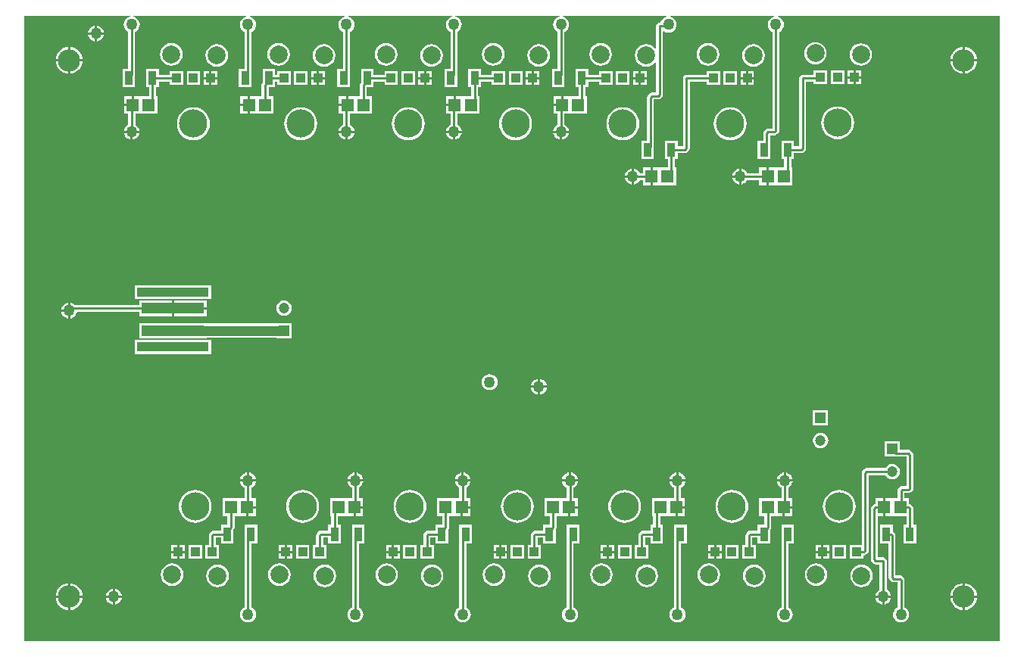
<source format=gbl>
G04*
G04 #@! TF.GenerationSoftware,Altium Limited,Altium Designer,20.2.6 (244)*
G04*
G04 Layer_Physical_Order=4*
G04 Layer_Color=16711680*
%FSLAX25Y25*%
%MOIN*%
G70*
G04*
G04 #@! TF.SameCoordinates,78553FFF-4CE1-44D2-B870-6997896BCA41*
G04*
G04*
G04 #@! TF.FilePolarity,Positive*
G04*
G01*
G75*
%ADD12C,0.01000*%
%ADD23C,0.04724*%
%ADD24R,0.04724X0.04724*%
%ADD25C,0.07874*%
%ADD26R,0.03937X0.03937*%
%ADD27C,0.12402*%
%ADD28C,0.09843*%
%ADD29C,0.05000*%
%ADD30R,0.03543X0.06102*%
%ADD31R,0.05500X0.05800*%
%ADD32R,0.31500X0.04300*%
%ADD33R,0.27600X0.04900*%
%ADD34C,0.04331*%
G36*
X547244Y118110D02*
X118110D01*
Y393701D01*
X164614D01*
X164646Y393201D01*
X164441Y393174D01*
X163589Y392821D01*
X162858Y392260D01*
X162297Y391529D01*
X161944Y390677D01*
X161824Y389764D01*
X161944Y388850D01*
X162297Y387999D01*
X162858Y387267D01*
X163589Y386706D01*
X163817Y386612D01*
Y370193D01*
X161303D01*
Y362090D01*
X166847D01*
Y367266D01*
X166876Y367413D01*
Y386606D01*
X167119Y386706D01*
X167851Y387267D01*
X168412Y387999D01*
X168764Y388850D01*
X168885Y389764D01*
X168764Y390677D01*
X168412Y391529D01*
X167851Y392260D01*
X167119Y392821D01*
X166268Y393174D01*
X166062Y393201D01*
X166095Y393701D01*
X215795D01*
X215828Y393201D01*
X215622Y393174D01*
X214770Y392821D01*
X214039Y392260D01*
X213478Y391529D01*
X213125Y390677D01*
X213005Y389764D01*
X213125Y388850D01*
X213478Y387999D01*
X214039Y387267D01*
X214770Y386706D01*
X214998Y386612D01*
Y370193D01*
X212484D01*
Y362090D01*
X218028D01*
Y367266D01*
X218057Y367413D01*
Y386606D01*
X218301Y386706D01*
X219032Y387267D01*
X219593Y387999D01*
X219945Y388850D01*
X220066Y389764D01*
X219945Y390677D01*
X219593Y391529D01*
X219032Y392260D01*
X218301Y392821D01*
X217449Y393174D01*
X217243Y393201D01*
X217276Y393701D01*
X259102D01*
X259135Y393201D01*
X258929Y393174D01*
X258077Y392821D01*
X257346Y392260D01*
X256785Y391529D01*
X256433Y390677D01*
X256312Y389764D01*
X256433Y388850D01*
X256785Y387999D01*
X257346Y387267D01*
X258077Y386706D01*
X258313Y386609D01*
Y378340D01*
X258305Y378300D01*
Y370193D01*
X255791D01*
Y362090D01*
X261335D01*
Y367266D01*
X261364Y367413D01*
Y378269D01*
X261372Y378308D01*
Y386609D01*
X261608Y386706D01*
X262339Y387267D01*
X262900Y387999D01*
X263252Y388850D01*
X263373Y389764D01*
X263252Y390677D01*
X262900Y391529D01*
X262339Y392260D01*
X261608Y392821D01*
X260756Y393174D01*
X260550Y393201D01*
X260583Y393701D01*
X306346D01*
X306379Y393201D01*
X306173Y393174D01*
X305322Y392821D01*
X304590Y392260D01*
X304029Y391529D01*
X303677Y390677D01*
X303556Y389764D01*
X303677Y388850D01*
X304029Y387999D01*
X304590Y387267D01*
X305322Y386706D01*
X305549Y386612D01*
Y370193D01*
X303035D01*
Y362090D01*
X308579D01*
Y367266D01*
X308608Y367413D01*
Y386606D01*
X308852Y386706D01*
X309583Y387267D01*
X310144Y387999D01*
X310496Y388850D01*
X310617Y389764D01*
X310496Y390677D01*
X310144Y391529D01*
X309583Y392260D01*
X308852Y392821D01*
X308000Y393174D01*
X307794Y393201D01*
X307827Y393701D01*
X353590D01*
X353623Y393201D01*
X353417Y393174D01*
X352566Y392821D01*
X351835Y392260D01*
X351273Y391529D01*
X350921Y390677D01*
X350800Y389764D01*
X350921Y388850D01*
X351273Y387999D01*
X351835Y387267D01*
X352566Y386706D01*
X352801Y386609D01*
Y372435D01*
X352793Y372395D01*
Y370193D01*
X350279D01*
Y362090D01*
X355823D01*
Y367266D01*
X355852Y367413D01*
Y372363D01*
X355860Y372403D01*
Y386609D01*
X356096Y386706D01*
X356827Y387267D01*
X357388Y387999D01*
X357741Y388850D01*
X357861Y389764D01*
X357741Y390677D01*
X357388Y391529D01*
X356827Y392260D01*
X356096Y392821D01*
X355244Y393174D01*
X355038Y393201D01*
X355071Y393701D01*
X400834D01*
X400867Y393201D01*
X400661Y393174D01*
X399810Y392821D01*
X399079Y392260D01*
X398518Y391529D01*
X398177Y390707D01*
X397638D01*
X397053Y390591D01*
X396556Y390259D01*
X396225Y389763D01*
X396108Y389178D01*
Y379370D01*
X395608Y379200D01*
X395253Y379663D01*
X394222Y380454D01*
X393021Y380952D01*
X391732Y381121D01*
X390443Y380952D01*
X389243Y380454D01*
X388211Y379663D01*
X387420Y378631D01*
X386922Y377431D01*
X386753Y376142D01*
X386922Y374853D01*
X387420Y373652D01*
X388211Y372621D01*
X389243Y371829D01*
X390443Y371332D01*
X391732Y371162D01*
X393021Y371332D01*
X394222Y371829D01*
X395253Y372621D01*
X395608Y373083D01*
X396108Y372914D01*
Y359797D01*
X394224D01*
X393638Y359681D01*
X393142Y359349D01*
X392556Y358763D01*
X392225Y358267D01*
X392108Y357682D01*
Y338697D01*
X389650D01*
Y330594D01*
X395193D01*
Y338697D01*
X395167D01*
Y356738D01*
X397052D01*
X397637Y356855D01*
X398133Y357186D01*
X398719Y357772D01*
X399051Y358268D01*
X399167Y358854D01*
Y386634D01*
X399616Y386856D01*
X399810Y386706D01*
X400661Y386354D01*
X401575Y386234D01*
X402489Y386354D01*
X403340Y386706D01*
X404071Y387267D01*
X404632Y387999D01*
X404985Y388850D01*
X405105Y389764D01*
X404985Y390677D01*
X404632Y391529D01*
X404071Y392260D01*
X403340Y392821D01*
X402489Y393174D01*
X402283Y393201D01*
X402315Y393701D01*
X448078D01*
X448111Y393201D01*
X447905Y393174D01*
X447054Y392821D01*
X446323Y392260D01*
X445762Y391529D01*
X445409Y390677D01*
X445289Y389764D01*
X445409Y388850D01*
X445762Y387999D01*
X446323Y387267D01*
X447054Y386706D01*
X447290Y386609D01*
Y344049D01*
X445468D01*
X444882Y343933D01*
X444386Y343601D01*
X443793Y343007D01*
X443461Y342511D01*
X443345Y341926D01*
Y338697D01*
X440831D01*
Y330594D01*
X446374D01*
Y335770D01*
X446403Y335917D01*
Y340990D01*
X448233D01*
X448818Y341107D01*
X449314Y341438D01*
X449900Y342024D01*
X450232Y342520D01*
X450348Y343106D01*
Y386609D01*
X450584Y386706D01*
X451315Y387267D01*
X451876Y387999D01*
X452229Y388850D01*
X452349Y389764D01*
X452229Y390677D01*
X451876Y391529D01*
X451315Y392260D01*
X450584Y392821D01*
X449733Y393174D01*
X449527Y393201D01*
X449559Y393701D01*
X547244D01*
Y118110D01*
D02*
G37*
%LPC*%
G36*
X150106Y389291D02*
Y386327D01*
X153071D01*
X153016Y386740D01*
X152664Y387592D01*
X152102Y388323D01*
X151371Y388884D01*
X150520Y389237D01*
X150106Y389291D01*
D02*
G37*
G36*
X149106D02*
X148693Y389237D01*
X147841Y388884D01*
X147110Y388323D01*
X146549Y387592D01*
X146196Y386740D01*
X146142Y386327D01*
X149106D01*
Y389291D01*
D02*
G37*
G36*
X153071Y385327D02*
X150106D01*
Y382362D01*
X150520Y382417D01*
X151371Y382769D01*
X152102Y383330D01*
X152664Y384062D01*
X153016Y384913D01*
X153071Y385327D01*
D02*
G37*
G36*
X149106D02*
X146142D01*
X146196Y384913D01*
X146549Y384062D01*
X147110Y383330D01*
X147841Y382769D01*
X148693Y382417D01*
X149106Y382362D01*
Y385327D01*
D02*
G37*
G36*
X531996Y379916D02*
Y374516D01*
X537397D01*
X537332Y375177D01*
X536993Y376293D01*
X536443Y377321D01*
X535703Y378223D01*
X534802Y378963D01*
X533773Y379513D01*
X532657Y379851D01*
X531996Y379916D01*
D02*
G37*
G36*
X530996D02*
X530335Y379851D01*
X529219Y379513D01*
X528191Y378963D01*
X527289Y378223D01*
X526549Y377321D01*
X525999Y376293D01*
X525661Y375177D01*
X525595Y374516D01*
X530996D01*
Y379916D01*
D02*
G37*
G36*
X138295D02*
Y374516D01*
X143696D01*
X143631Y375177D01*
X143292Y376293D01*
X142743Y377321D01*
X142002Y378223D01*
X141101Y378963D01*
X140072Y379513D01*
X138956Y379851D01*
X138295Y379916D01*
D02*
G37*
G36*
X137295D02*
X136635Y379851D01*
X135518Y379513D01*
X134490Y378963D01*
X133588Y378223D01*
X132848Y377321D01*
X132298Y376293D01*
X131960Y375177D01*
X131895Y374516D01*
X137295D01*
Y379916D01*
D02*
G37*
G36*
X466221Y382047D02*
X464932Y381877D01*
X463731Y381379D01*
X462699Y380588D01*
X461908Y379557D01*
X461411Y378356D01*
X461241Y377067D01*
X461411Y375778D01*
X461908Y374577D01*
X462699Y373546D01*
X463731Y372755D01*
X464932Y372257D01*
X466221Y372087D01*
X467509Y372257D01*
X468710Y372755D01*
X469742Y373546D01*
X470533Y374577D01*
X471030Y375778D01*
X471200Y377067D01*
X471030Y378356D01*
X470533Y379557D01*
X469742Y380588D01*
X468710Y381379D01*
X467509Y381877D01*
X466221Y382047D01*
D02*
G37*
G36*
X418976Y381653D02*
X417688Y381483D01*
X416487Y380986D01*
X415455Y380194D01*
X414664Y379163D01*
X414166Y377962D01*
X413997Y376673D01*
X414166Y375384D01*
X414664Y374183D01*
X415455Y373152D01*
X416487Y372361D01*
X417688Y371863D01*
X418976Y371694D01*
X420265Y371863D01*
X421466Y372361D01*
X422498Y373152D01*
X423289Y374183D01*
X423786Y375384D01*
X423956Y376673D01*
X423786Y377962D01*
X423289Y379163D01*
X422498Y380194D01*
X421466Y380986D01*
X420265Y381483D01*
X418976Y381653D01*
D02*
G37*
G36*
X371732D02*
X370444Y381483D01*
X369243Y380986D01*
X368211Y380194D01*
X367420Y379163D01*
X366922Y377962D01*
X366753Y376673D01*
X366922Y375384D01*
X367420Y374183D01*
X368211Y373152D01*
X369243Y372361D01*
X370444Y371863D01*
X371732Y371694D01*
X373021Y371863D01*
X374222Y372361D01*
X375253Y373152D01*
X376045Y374183D01*
X376542Y375384D01*
X376712Y376673D01*
X376542Y377962D01*
X376045Y379163D01*
X375253Y380194D01*
X374222Y380986D01*
X373021Y381483D01*
X371732Y381653D01*
D02*
G37*
G36*
X324488D02*
X323199Y381483D01*
X321998Y380986D01*
X320967Y380194D01*
X320176Y379163D01*
X319678Y377962D01*
X319509Y376673D01*
X319678Y375384D01*
X320176Y374183D01*
X320967Y373152D01*
X321998Y372361D01*
X323199Y371863D01*
X324488Y371694D01*
X325777Y371863D01*
X326978Y372361D01*
X328009Y373152D01*
X328801Y374183D01*
X329298Y375384D01*
X329468Y376673D01*
X329298Y377962D01*
X328801Y379163D01*
X328009Y380194D01*
X326978Y380986D01*
X325777Y381483D01*
X324488Y381653D01*
D02*
G37*
G36*
X277244D02*
X275955Y381483D01*
X274754Y380986D01*
X273723Y380194D01*
X272932Y379163D01*
X272434Y377962D01*
X272265Y376673D01*
X272434Y375384D01*
X272932Y374183D01*
X273723Y373152D01*
X274754Y372361D01*
X275955Y371863D01*
X277244Y371694D01*
X278533Y371863D01*
X279734Y372361D01*
X280765Y373152D01*
X281557Y374183D01*
X282054Y375384D01*
X282224Y376673D01*
X282054Y377962D01*
X281557Y379163D01*
X280765Y380194D01*
X279734Y380986D01*
X278533Y381483D01*
X277244Y381653D01*
D02*
G37*
G36*
X230000D02*
X228711Y381483D01*
X227510Y380986D01*
X226479Y380194D01*
X225688Y379163D01*
X225190Y377962D01*
X225020Y376673D01*
X225190Y375384D01*
X225688Y374183D01*
X226479Y373152D01*
X227510Y372361D01*
X228711Y371863D01*
X230000Y371694D01*
X231289Y371863D01*
X232490Y372361D01*
X233521Y373152D01*
X234313Y374183D01*
X234810Y375384D01*
X234980Y376673D01*
X234810Y377962D01*
X234313Y379163D01*
X233521Y380194D01*
X232490Y380986D01*
X231289Y381483D01*
X230000Y381653D01*
D02*
G37*
G36*
X182756D02*
X181467Y381483D01*
X180266Y380986D01*
X179235Y380194D01*
X178443Y379163D01*
X177946Y377962D01*
X177776Y376673D01*
X177946Y375384D01*
X178443Y374183D01*
X179235Y373152D01*
X180266Y372361D01*
X181467Y371863D01*
X182756Y371694D01*
X184045Y371863D01*
X185246Y372361D01*
X186277Y373152D01*
X187068Y374183D01*
X187566Y375384D01*
X187735Y376673D01*
X187566Y377962D01*
X187068Y379163D01*
X186277Y380194D01*
X185246Y380986D01*
X184045Y381483D01*
X182756Y381653D01*
D02*
G37*
G36*
X486221Y381515D02*
X484932Y381345D01*
X483731Y380848D01*
X482699Y380057D01*
X481908Y379025D01*
X481411Y377824D01*
X481241Y376535D01*
X481411Y375247D01*
X481908Y374046D01*
X482699Y373014D01*
X483731Y372223D01*
X484932Y371726D01*
X486221Y371556D01*
X487509Y371726D01*
X488710Y372223D01*
X489742Y373014D01*
X490533Y374046D01*
X491030Y375247D01*
X491200Y376535D01*
X491030Y377824D01*
X490533Y379025D01*
X489742Y380057D01*
X488710Y380848D01*
X487509Y381345D01*
X486221Y381515D01*
D02*
G37*
G36*
X438976Y381121D02*
X437688Y380952D01*
X436487Y380454D01*
X435455Y379663D01*
X434664Y378631D01*
X434166Y377431D01*
X433997Y376142D01*
X434166Y374853D01*
X434664Y373652D01*
X435455Y372621D01*
X436487Y371829D01*
X437688Y371332D01*
X438976Y371162D01*
X440265Y371332D01*
X441466Y371829D01*
X442497Y372621D01*
X443289Y373652D01*
X443786Y374853D01*
X443956Y376142D01*
X443786Y377431D01*
X443289Y378631D01*
X442497Y379663D01*
X441466Y380454D01*
X440265Y380952D01*
X438976Y381121D01*
D02*
G37*
G36*
X344488D02*
X343199Y380952D01*
X341998Y380454D01*
X340967Y379663D01*
X340176Y378631D01*
X339678Y377431D01*
X339509Y376142D01*
X339678Y374853D01*
X340176Y373652D01*
X340967Y372621D01*
X341998Y371829D01*
X343199Y371332D01*
X344488Y371162D01*
X345777Y371332D01*
X346978Y371829D01*
X348009Y372621D01*
X348801Y373652D01*
X349298Y374853D01*
X349468Y376142D01*
X349298Y377431D01*
X348801Y378631D01*
X348009Y379663D01*
X346978Y380454D01*
X345777Y380952D01*
X344488Y381121D01*
D02*
G37*
G36*
X297244D02*
X295955Y380952D01*
X294754Y380454D01*
X293723Y379663D01*
X292932Y378631D01*
X292434Y377431D01*
X292265Y376142D01*
X292434Y374853D01*
X292932Y373652D01*
X293723Y372621D01*
X294754Y371829D01*
X295955Y371332D01*
X297244Y371162D01*
X298533Y371332D01*
X299734Y371829D01*
X300765Y372621D01*
X301557Y373652D01*
X302054Y374853D01*
X302224Y376142D01*
X302054Y377431D01*
X301557Y378631D01*
X300765Y379663D01*
X299734Y380454D01*
X298533Y380952D01*
X297244Y381121D01*
D02*
G37*
G36*
X250000D02*
X248711Y380952D01*
X247510Y380454D01*
X246479Y379663D01*
X245688Y378631D01*
X245190Y377431D01*
X245020Y376142D01*
X245190Y374853D01*
X245688Y373652D01*
X246479Y372621D01*
X247510Y371829D01*
X248711Y371332D01*
X250000Y371162D01*
X251289Y371332D01*
X252490Y371829D01*
X253521Y372621D01*
X254312Y373652D01*
X254810Y374853D01*
X254980Y376142D01*
X254810Y377431D01*
X254312Y378631D01*
X253521Y379663D01*
X252490Y380454D01*
X251289Y380952D01*
X250000Y381121D01*
D02*
G37*
G36*
X202756D02*
X201467Y380952D01*
X200266Y380454D01*
X199235Y379663D01*
X198443Y378631D01*
X197946Y377431D01*
X197776Y376142D01*
X197946Y374853D01*
X198443Y373652D01*
X199235Y372621D01*
X200266Y371829D01*
X201467Y371332D01*
X202756Y371162D01*
X204045Y371332D01*
X205246Y371829D01*
X206277Y372621D01*
X207068Y373652D01*
X207566Y374853D01*
X207735Y376142D01*
X207566Y377431D01*
X207068Y378631D01*
X206277Y379663D01*
X205246Y380454D01*
X204045Y380952D01*
X202756Y381121D01*
D02*
G37*
G36*
X537397Y373516D02*
X531996D01*
Y368115D01*
X532657Y368180D01*
X533773Y368519D01*
X534802Y369069D01*
X535703Y369809D01*
X536443Y370710D01*
X536993Y371739D01*
X537332Y372855D01*
X537397Y373516D01*
D02*
G37*
G36*
X530996D02*
X525595D01*
X525661Y372855D01*
X525999Y371739D01*
X526549Y370710D01*
X527289Y369809D01*
X528191Y369069D01*
X529219Y368519D01*
X530335Y368180D01*
X530996Y368115D01*
Y373516D01*
D02*
G37*
G36*
X143696D02*
X138295D01*
Y368115D01*
X138956Y368180D01*
X140072Y368519D01*
X141101Y369069D01*
X142002Y369809D01*
X142743Y370710D01*
X143292Y371739D01*
X143631Y372855D01*
X143696Y373516D01*
D02*
G37*
G36*
X137295D02*
X131895D01*
X131960Y372855D01*
X132298Y371739D01*
X132848Y370710D01*
X133588Y369809D01*
X134490Y369069D01*
X135518Y368519D01*
X136635Y368180D01*
X137295Y368115D01*
Y373516D01*
D02*
G37*
G36*
X486433Y369504D02*
X483965D01*
Y367035D01*
X486433D01*
Y369504D01*
D02*
G37*
G36*
X482965D02*
X480496D01*
Y367035D01*
X482965D01*
Y369504D01*
D02*
G37*
G36*
X439189Y369110D02*
X436721D01*
Y366642D01*
X439189D01*
Y369110D01*
D02*
G37*
G36*
X435720D02*
X433252D01*
Y366642D01*
X435720D01*
Y369110D01*
D02*
G37*
G36*
X391945D02*
X389476D01*
Y366642D01*
X391945D01*
Y369110D01*
D02*
G37*
G36*
X388476D02*
X386008D01*
Y366642D01*
X388476D01*
Y369110D01*
D02*
G37*
G36*
X344701D02*
X342232D01*
Y366642D01*
X344701D01*
Y369110D01*
D02*
G37*
G36*
X341232D02*
X338764D01*
Y366642D01*
X341232D01*
Y369110D01*
D02*
G37*
G36*
X297457D02*
X294988D01*
Y366642D01*
X297457D01*
Y369110D01*
D02*
G37*
G36*
X293988D02*
X291520D01*
Y366642D01*
X293988D01*
Y369110D01*
D02*
G37*
G36*
X250213D02*
X247744D01*
Y366642D01*
X250213D01*
Y369110D01*
D02*
G37*
G36*
X246744D02*
X244276D01*
Y366642D01*
X246744D01*
Y369110D01*
D02*
G37*
G36*
X202969D02*
X200500D01*
Y366642D01*
X202969D01*
Y369110D01*
D02*
G37*
G36*
X199500D02*
X197031D01*
Y366642D01*
X199500D01*
Y369110D01*
D02*
G37*
G36*
X486433Y366035D02*
X483965D01*
Y363567D01*
X486433D01*
Y366035D01*
D02*
G37*
G36*
X482965D02*
X480496D01*
Y363567D01*
X482965D01*
Y366035D01*
D02*
G37*
G36*
X478953Y369504D02*
X473016D01*
Y363567D01*
X478953D01*
Y369504D01*
D02*
G37*
G36*
X471472D02*
X465535D01*
Y367671D01*
X460630D01*
X460045Y367555D01*
X459549Y367223D01*
X459217Y366727D01*
X459100Y366142D01*
Y336175D01*
X456807D01*
Y338697D01*
X451264D01*
Y330594D01*
X452506D01*
Y326735D01*
X445773D01*
Y322835D01*
Y318935D01*
X456115D01*
Y326735D01*
X455565D01*
Y330594D01*
X456807D01*
Y333116D01*
X460044D01*
X460629Y333233D01*
X461126Y333564D01*
X461711Y334150D01*
X462043Y334646D01*
X462159Y335231D01*
Y364612D01*
X465535D01*
Y363567D01*
X471472D01*
Y369504D01*
D02*
G37*
G36*
X439189Y365642D02*
X436721D01*
Y363173D01*
X439189D01*
Y365642D01*
D02*
G37*
G36*
X435720D02*
X433252D01*
Y363173D01*
X435720D01*
Y365642D01*
D02*
G37*
G36*
X431709Y369110D02*
X425772D01*
Y363173D01*
X431709D01*
Y369110D01*
D02*
G37*
G36*
X424228D02*
X418291D01*
Y367671D01*
X409449D01*
X408863Y367555D01*
X408367Y367223D01*
X408036Y366727D01*
X407919Y366142D01*
Y336175D01*
X405626D01*
Y338697D01*
X400083D01*
Y330594D01*
X401325D01*
Y326735D01*
X394591D01*
Y322835D01*
Y318935D01*
X404934D01*
Y326735D01*
X404384D01*
Y330594D01*
X405626D01*
Y333116D01*
X408863D01*
X409448Y333233D01*
X409944Y333564D01*
X410530Y334150D01*
X410862Y334646D01*
X410978Y335231D01*
Y364612D01*
X418291D01*
Y363173D01*
X424228D01*
Y369110D01*
D02*
G37*
G36*
X391945Y365642D02*
X389476D01*
Y363173D01*
X391945D01*
Y365642D01*
D02*
G37*
G36*
X388476D02*
X386008D01*
Y363173D01*
X388476D01*
Y365642D01*
D02*
G37*
G36*
X384465Y369110D02*
X378528D01*
Y363173D01*
X384465D01*
Y369110D01*
D02*
G37*
G36*
X366256Y370193D02*
X360713D01*
Y362090D01*
X361955D01*
Y358231D01*
X355221D01*
Y354331D01*
X354721D01*
Y353831D01*
X350971D01*
Y350431D01*
X352801D01*
Y345675D01*
X352566Y345577D01*
X351835Y345016D01*
X351273Y344285D01*
X350921Y343433D01*
X350866Y343020D01*
X357795D01*
X357741Y343433D01*
X357388Y344285D01*
X356827Y345016D01*
X356096Y345577D01*
X355860Y345675D01*
Y350431D01*
X365564D01*
Y358231D01*
X365014D01*
Y362090D01*
X366256D01*
Y364612D01*
X371047D01*
Y363173D01*
X376984D01*
Y369110D01*
X371047D01*
Y367671D01*
X366256D01*
Y370193D01*
D02*
G37*
G36*
X344701Y365642D02*
X342232D01*
Y363173D01*
X344701D01*
Y365642D01*
D02*
G37*
G36*
X341232D02*
X338764D01*
Y363173D01*
X341232D01*
Y365642D01*
D02*
G37*
G36*
X337221Y369110D02*
X331283D01*
Y363173D01*
X337221D01*
Y369110D01*
D02*
G37*
G36*
X319012Y370193D02*
X313469D01*
Y362090D01*
X314711D01*
Y358231D01*
X307977D01*
Y354331D01*
X307477D01*
Y353831D01*
X303727D01*
Y350431D01*
X305557D01*
Y345675D01*
X305322Y345577D01*
X304590Y345016D01*
X304029Y344285D01*
X303677Y343433D01*
X303622Y343020D01*
X310551D01*
X310496Y343433D01*
X310144Y344285D01*
X309583Y345016D01*
X308852Y345577D01*
X308616Y345675D01*
Y350431D01*
X318320D01*
Y358231D01*
X317770D01*
Y362090D01*
X319012D01*
Y364612D01*
X323803D01*
Y363173D01*
X329740D01*
Y369110D01*
X323803D01*
Y367671D01*
X319012D01*
Y370193D01*
D02*
G37*
G36*
X297457Y365642D02*
X294988D01*
Y363173D01*
X297457D01*
Y365642D01*
D02*
G37*
G36*
X293988D02*
X291520D01*
Y363173D01*
X293988D01*
Y365642D01*
D02*
G37*
G36*
X289976Y369110D02*
X284039D01*
Y363173D01*
X289976D01*
Y369110D01*
D02*
G37*
G36*
X271768Y370193D02*
X266224D01*
Y364244D01*
X265913Y363777D01*
X265796Y363192D01*
Y358231D01*
X260733D01*
Y354331D01*
X260233D01*
Y353831D01*
X256483D01*
Y350431D01*
X258313D01*
Y345675D01*
X258077Y345577D01*
X257346Y345016D01*
X256785Y344285D01*
X256433Y343433D01*
X256378Y343020D01*
X263307D01*
X263252Y343433D01*
X262900Y344285D01*
X262339Y345016D01*
X261608Y345577D01*
X261372Y345675D01*
Y350431D01*
X271076D01*
Y358231D01*
X268855D01*
Y362090D01*
X271768D01*
Y364612D01*
X276559D01*
Y363173D01*
X282496D01*
Y369110D01*
X276559D01*
Y367671D01*
X271768D01*
Y370193D01*
D02*
G37*
G36*
X250213Y365642D02*
X247744D01*
Y363173D01*
X250213D01*
Y365642D01*
D02*
G37*
G36*
X246744D02*
X244276D01*
Y363173D01*
X246744D01*
Y365642D01*
D02*
G37*
G36*
X242732Y369110D02*
X236795D01*
Y363173D01*
X242732D01*
Y369110D01*
D02*
G37*
G36*
X228461Y370193D02*
X222917D01*
Y364244D01*
X222606Y363777D01*
X222489Y363192D01*
Y358231D01*
X217426D01*
Y354331D01*
Y350431D01*
X227769D01*
Y358231D01*
X225548D01*
Y362090D01*
X228461D01*
Y364612D01*
X229315D01*
Y363173D01*
X235252D01*
Y369110D01*
X229315D01*
Y367671D01*
X228461D01*
Y370193D01*
D02*
G37*
G36*
X202969Y365642D02*
X200500D01*
Y363173D01*
X202969D01*
Y365642D01*
D02*
G37*
G36*
X199500D02*
X197031D01*
Y363173D01*
X199500D01*
Y365642D01*
D02*
G37*
G36*
X195488Y369110D02*
X189551D01*
Y363173D01*
X195488D01*
Y369110D01*
D02*
G37*
G36*
X177279Y370193D02*
X171736D01*
Y362090D01*
X172978D01*
Y358231D01*
X166245D01*
Y354331D01*
X165745D01*
Y353831D01*
X161995D01*
Y350431D01*
X163825D01*
Y345675D01*
X163589Y345577D01*
X162858Y345016D01*
X162297Y344285D01*
X161944Y343433D01*
X161890Y343020D01*
X168819D01*
X168764Y343433D01*
X168412Y344285D01*
X167851Y345016D01*
X167119Y345577D01*
X166884Y345675D01*
Y350431D01*
X176588D01*
Y358231D01*
X176037D01*
Y362090D01*
X177279D01*
Y364612D01*
X182071D01*
Y363173D01*
X188008D01*
Y369110D01*
X182071D01*
Y367671D01*
X177279D01*
Y370193D01*
D02*
G37*
G36*
X354221Y358231D02*
X350971D01*
Y354831D01*
X354221D01*
Y358231D01*
D02*
G37*
G36*
X306977D02*
X303727D01*
Y354831D01*
X306977D01*
Y358231D01*
D02*
G37*
G36*
X259733D02*
X256483D01*
Y354831D01*
X259733D01*
Y358231D01*
D02*
G37*
G36*
X216426D02*
X213176D01*
Y354831D01*
X216426D01*
Y358231D01*
D02*
G37*
G36*
X165245D02*
X161995D01*
Y354831D01*
X165245D01*
Y358231D01*
D02*
G37*
G36*
X216426Y353831D02*
X213176D01*
Y350431D01*
X216426D01*
Y353831D01*
D02*
G37*
G36*
X475984Y353692D02*
X474573Y353553D01*
X473215Y353141D01*
X471964Y352473D01*
X470868Y351573D01*
X469968Y350477D01*
X469299Y349226D01*
X468888Y347868D01*
X468749Y346457D01*
X468888Y345045D01*
X469299Y343688D01*
X469968Y342437D01*
X470868Y341340D01*
X471964Y340441D01*
X473215Y339772D01*
X474573Y339360D01*
X475984Y339221D01*
X477396Y339360D01*
X478753Y339772D01*
X480004Y340441D01*
X481101Y341340D01*
X482000Y342437D01*
X482669Y343688D01*
X483081Y345045D01*
X483220Y346457D01*
X483081Y347868D01*
X482669Y349226D01*
X482000Y350477D01*
X481101Y351573D01*
X480004Y352473D01*
X478753Y353141D01*
X477396Y353553D01*
X475984Y353692D01*
D02*
G37*
G36*
X357795Y342020D02*
X354831D01*
Y339055D01*
X355244Y339110D01*
X356096Y339462D01*
X356827Y340023D01*
X357388Y340755D01*
X357741Y341606D01*
X357795Y342020D01*
D02*
G37*
G36*
X353831D02*
X350866D01*
X350921Y341606D01*
X351273Y340755D01*
X351835Y340023D01*
X352566Y339462D01*
X353417Y339110D01*
X353831Y339055D01*
Y342020D01*
D02*
G37*
G36*
X310551D02*
X307587D01*
Y339055D01*
X308000Y339110D01*
X308852Y339462D01*
X309583Y340023D01*
X310144Y340755D01*
X310496Y341606D01*
X310551Y342020D01*
D02*
G37*
G36*
X306587D02*
X303622D01*
X303677Y341606D01*
X304029Y340755D01*
X304590Y340023D01*
X305322Y339462D01*
X306173Y339110D01*
X306587Y339055D01*
Y342020D01*
D02*
G37*
G36*
X263307D02*
X260343D01*
Y339055D01*
X260756Y339110D01*
X261608Y339462D01*
X262339Y340023D01*
X262900Y340755D01*
X263252Y341606D01*
X263307Y342020D01*
D02*
G37*
G36*
X259343D02*
X256378D01*
X256433Y341606D01*
X256785Y340755D01*
X257346Y340023D01*
X258077Y339462D01*
X258929Y339110D01*
X259343Y339055D01*
Y342020D01*
D02*
G37*
G36*
X168819D02*
X165854D01*
Y339055D01*
X166268Y339110D01*
X167119Y339462D01*
X167851Y340023D01*
X168412Y340755D01*
X168764Y341606D01*
X168819Y342020D01*
D02*
G37*
G36*
X164854D02*
X161890D01*
X161944Y341606D01*
X162297Y340755D01*
X162858Y340023D01*
X163589Y339462D01*
X164441Y339110D01*
X164854Y339055D01*
Y342020D01*
D02*
G37*
G36*
X428740Y353299D02*
X427328Y353160D01*
X425971Y352748D01*
X424720Y352079D01*
X423624Y351179D01*
X422724Y350083D01*
X422055Y348832D01*
X421644Y347475D01*
X421504Y346063D01*
X421644Y344651D01*
X422055Y343294D01*
X422724Y342043D01*
X423624Y340947D01*
X424720Y340047D01*
X425971Y339378D01*
X427328Y338966D01*
X428740Y338827D01*
X430152Y338966D01*
X431509Y339378D01*
X432760Y340047D01*
X433856Y340947D01*
X434756Y342043D01*
X435425Y343294D01*
X435837Y344651D01*
X435976Y346063D01*
X435837Y347475D01*
X435425Y348832D01*
X434756Y350083D01*
X433856Y351179D01*
X432760Y352079D01*
X431509Y352748D01*
X430152Y353160D01*
X428740Y353299D01*
D02*
G37*
G36*
X381496D02*
X380084Y353160D01*
X378727Y352748D01*
X377476Y352079D01*
X376380Y351179D01*
X375480Y350083D01*
X374811Y348832D01*
X374399Y347475D01*
X374260Y346063D01*
X374399Y344651D01*
X374811Y343294D01*
X375480Y342043D01*
X376380Y340947D01*
X377476Y340047D01*
X378727Y339378D01*
X380084Y338966D01*
X381496Y338827D01*
X382908Y338966D01*
X384265Y339378D01*
X385516Y340047D01*
X386612Y340947D01*
X387512Y342043D01*
X388181Y343294D01*
X388593Y344651D01*
X388732Y346063D01*
X388593Y347475D01*
X388181Y348832D01*
X387512Y350083D01*
X386612Y351179D01*
X385516Y352079D01*
X384265Y352748D01*
X382908Y353160D01*
X381496Y353299D01*
D02*
G37*
G36*
X334252D02*
X332840Y353160D01*
X331483Y352748D01*
X330232Y352079D01*
X329136Y351179D01*
X328236Y350083D01*
X327567Y348832D01*
X327155Y347475D01*
X327016Y346063D01*
X327155Y344651D01*
X327567Y343294D01*
X328236Y342043D01*
X329136Y340947D01*
X330232Y340047D01*
X331483Y339378D01*
X332840Y338966D01*
X334252Y338827D01*
X335664Y338966D01*
X337021Y339378D01*
X338272Y340047D01*
X339368Y340947D01*
X340268Y342043D01*
X340937Y343294D01*
X341349Y344651D01*
X341488Y346063D01*
X341349Y347475D01*
X340937Y348832D01*
X340268Y350083D01*
X339368Y351179D01*
X338272Y352079D01*
X337021Y352748D01*
X335664Y353160D01*
X334252Y353299D01*
D02*
G37*
G36*
X287008D02*
X285596Y353160D01*
X284239Y352748D01*
X282988Y352079D01*
X281891Y351179D01*
X280992Y350083D01*
X280323Y348832D01*
X279911Y347475D01*
X279772Y346063D01*
X279911Y344651D01*
X280323Y343294D01*
X280992Y342043D01*
X281891Y340947D01*
X282988Y340047D01*
X284239Y339378D01*
X285596Y338966D01*
X287008Y338827D01*
X288420Y338966D01*
X289777Y339378D01*
X291028Y340047D01*
X292124Y340947D01*
X293024Y342043D01*
X293693Y343294D01*
X294105Y344651D01*
X294244Y346063D01*
X294105Y347475D01*
X293693Y348832D01*
X293024Y350083D01*
X292124Y351179D01*
X291028Y352079D01*
X289777Y352748D01*
X288420Y353160D01*
X287008Y353299D01*
D02*
G37*
G36*
X239764D02*
X238352Y353160D01*
X236995Y352748D01*
X235744Y352079D01*
X234647Y351179D01*
X233748Y350083D01*
X233079Y348832D01*
X232667Y347475D01*
X232528Y346063D01*
X232667Y344651D01*
X233079Y343294D01*
X233748Y342043D01*
X234647Y340947D01*
X235744Y340047D01*
X236995Y339378D01*
X238352Y338966D01*
X239764Y338827D01*
X241175Y338966D01*
X242533Y339378D01*
X243784Y340047D01*
X244880Y340947D01*
X245780Y342043D01*
X246449Y343294D01*
X246860Y344651D01*
X246999Y346063D01*
X246860Y347475D01*
X246449Y348832D01*
X245780Y350083D01*
X244880Y351179D01*
X243784Y352079D01*
X242533Y352748D01*
X241175Y353160D01*
X239764Y353299D01*
D02*
G37*
G36*
X192520D02*
X191108Y353160D01*
X189751Y352748D01*
X188500Y352079D01*
X187403Y351179D01*
X186504Y350083D01*
X185835Y348832D01*
X185423Y347475D01*
X185284Y346063D01*
X185423Y344651D01*
X185835Y343294D01*
X186504Y342043D01*
X187403Y340947D01*
X188500Y340047D01*
X189751Y339378D01*
X191108Y338966D01*
X192520Y338827D01*
X193931Y338966D01*
X195289Y339378D01*
X196540Y340047D01*
X197636Y340947D01*
X198536Y342043D01*
X199205Y343294D01*
X199616Y344651D01*
X199755Y346063D01*
X199616Y347475D01*
X199205Y348832D01*
X198536Y350083D01*
X197636Y351179D01*
X196540Y352079D01*
X195289Y352748D01*
X193931Y353160D01*
X192520Y353299D01*
D02*
G37*
G36*
X444772Y326735D02*
X441523D01*
Y324364D01*
X436226D01*
X436128Y324600D01*
X435567Y325331D01*
X434836Y325892D01*
X433985Y326245D01*
X433571Y326299D01*
Y322835D01*
Y319370D01*
X433985Y319425D01*
X434836Y319777D01*
X435567Y320338D01*
X436128Y321070D01*
X436226Y321305D01*
X441523D01*
Y318935D01*
X444772D01*
Y322835D01*
Y326735D01*
D02*
G37*
G36*
X393591D02*
X390341D01*
Y324364D01*
X388982D01*
X388884Y324600D01*
X388323Y325331D01*
X387592Y325892D01*
X386740Y326245D01*
X386327Y326299D01*
Y322835D01*
Y319370D01*
X386740Y319425D01*
X387592Y319777D01*
X388323Y320338D01*
X388884Y321070D01*
X388982Y321305D01*
X390341D01*
Y318935D01*
X393591D01*
Y322835D01*
Y326735D01*
D02*
G37*
G36*
X432571Y326299D02*
X432157Y326245D01*
X431306Y325892D01*
X430575Y325331D01*
X430014Y324600D01*
X429661Y323748D01*
X429606Y323335D01*
X432571D01*
Y326299D01*
D02*
G37*
G36*
X385327D02*
X384913Y326245D01*
X384062Y325892D01*
X383330Y325331D01*
X382769Y324600D01*
X382417Y323748D01*
X382362Y323335D01*
X385327D01*
Y326299D01*
D02*
G37*
G36*
X432571Y322335D02*
X429606D01*
X429661Y321921D01*
X430014Y321070D01*
X430575Y320338D01*
X431306Y319777D01*
X432157Y319425D01*
X432571Y319370D01*
Y322335D01*
D02*
G37*
G36*
X385327D02*
X382362D01*
X382417Y321921D01*
X382769Y321070D01*
X383330Y320338D01*
X384062Y319777D01*
X384913Y319425D01*
X385327Y319370D01*
Y322335D01*
D02*
G37*
G36*
X200254Y275020D02*
X166753D01*
Y268720D01*
X200254D01*
Y275020D01*
D02*
G37*
G36*
X183003Y268214D02*
X168703D01*
Y266293D01*
X140269D01*
X139560Y266837D01*
X138709Y267189D01*
X138295Y267244D01*
Y263779D01*
Y260315D01*
X138709Y260370D01*
X139560Y260722D01*
X140292Y261283D01*
X140852Y262014D01*
X141205Y262866D01*
X141254Y263234D01*
X168703D01*
Y261314D01*
X183003D01*
Y264764D01*
Y268214D01*
D02*
G37*
G36*
X198303D02*
X184003D01*
Y265264D01*
X198303D01*
Y268214D01*
D02*
G37*
G36*
X137295Y267244D02*
X136882Y267189D01*
X136030Y266837D01*
X135299Y266276D01*
X134738Y265545D01*
X134385Y264693D01*
X134331Y264280D01*
X137295D01*
Y267244D01*
D02*
G37*
G36*
X232283Y268313D02*
X231406Y268197D01*
X230588Y267858D01*
X229886Y267319D01*
X229347Y266617D01*
X229008Y265799D01*
X228892Y264921D01*
X229008Y264044D01*
X229347Y263226D01*
X229886Y262523D01*
X230588Y261984D01*
X231406Y261646D01*
X232283Y261530D01*
X233161Y261646D01*
X233979Y261984D01*
X234681Y262523D01*
X235220Y263226D01*
X235559Y264044D01*
X235675Y264921D01*
X235559Y265799D01*
X235220Y266617D01*
X234681Y267319D01*
X233979Y267858D01*
X233161Y268197D01*
X232283Y268313D01*
D02*
G37*
G36*
X198303Y264264D02*
X184003D01*
Y261314D01*
X198303D01*
Y264264D01*
D02*
G37*
G36*
X137295Y263280D02*
X134331D01*
X134385Y262866D01*
X134738Y262014D01*
X135299Y261283D01*
X136030Y260722D01*
X136882Y260370D01*
X137295Y260315D01*
Y263280D01*
D02*
G37*
G36*
X198303Y258371D02*
X168703D01*
Y251471D01*
X198303D01*
Y251729D01*
X228921D01*
Y251559D01*
X235646D01*
Y258283D01*
X228921D01*
Y258114D01*
X198303D01*
Y258371D01*
D02*
G37*
G36*
X200254Y250965D02*
X166753D01*
Y244665D01*
X200254D01*
Y250965D01*
D02*
G37*
G36*
X345026Y233718D02*
Y230753D01*
X347990D01*
X347936Y231167D01*
X347583Y232019D01*
X347022Y232750D01*
X346291Y233311D01*
X345439Y233663D01*
X345026Y233718D01*
D02*
G37*
G36*
X344026D02*
X343612Y233663D01*
X342760Y233311D01*
X342029Y232750D01*
X341468Y232019D01*
X341116Y231167D01*
X341061Y230753D01*
X344026D01*
Y233718D01*
D02*
G37*
G36*
X322835Y235814D02*
X321921Y235693D01*
X321070Y235341D01*
X320338Y234780D01*
X319777Y234049D01*
X319425Y233197D01*
X319304Y232283D01*
X319425Y231370D01*
X319777Y230518D01*
X320338Y229787D01*
X321070Y229226D01*
X321921Y228873D01*
X322835Y228753D01*
X323748Y228873D01*
X324600Y229226D01*
X325331Y229787D01*
X325892Y230518D01*
X326245Y231370D01*
X326365Y232283D01*
X326245Y233197D01*
X325892Y234049D01*
X325331Y234780D01*
X324600Y235341D01*
X323748Y235693D01*
X322835Y235814D01*
D02*
G37*
G36*
X347990Y229753D02*
X345026D01*
Y226789D01*
X345439Y226844D01*
X346291Y227196D01*
X347022Y227757D01*
X347583Y228488D01*
X347936Y229340D01*
X347990Y229753D01*
D02*
G37*
G36*
X344026D02*
X341061D01*
X341116Y229340D01*
X341468Y228488D01*
X342029Y227757D01*
X342760Y227196D01*
X343612Y226844D01*
X344026Y226789D01*
Y229753D01*
D02*
G37*
G36*
X471866Y219898D02*
X465142D01*
Y213173D01*
X471866D01*
Y219898D01*
D02*
G37*
G36*
X468504Y209927D02*
X467626Y209811D01*
X466808Y209472D01*
X466106Y208933D01*
X465567Y208231D01*
X465228Y207413D01*
X465113Y206535D01*
X465228Y205658D01*
X465567Y204840D01*
X466106Y204137D01*
X466808Y203599D01*
X467626Y203260D01*
X468504Y203144D01*
X469382Y203260D01*
X470199Y203599D01*
X470902Y204137D01*
X471441Y204840D01*
X471780Y205658D01*
X471895Y206535D01*
X471780Y207413D01*
X471441Y208231D01*
X470902Y208933D01*
X470199Y209472D01*
X469382Y209811D01*
X468504Y209927D01*
D02*
G37*
G36*
X500000Y196305D02*
X499122Y196189D01*
X498304Y195850D01*
X497602Y195311D01*
X497063Y194609D01*
X496994Y194443D01*
X488775D01*
X488190Y194326D01*
X487693Y193995D01*
X487108Y193409D01*
X486776Y192913D01*
X486660Y192328D01*
Y160449D01*
X481284D01*
Y154512D01*
X487220D01*
Y155951D01*
X487603D01*
X488189Y156067D01*
X488685Y156399D01*
X489270Y156985D01*
X489602Y157481D01*
X489718Y158066D01*
Y191384D01*
X496994D01*
X497063Y191218D01*
X497602Y190515D01*
X498304Y189977D01*
X499122Y189638D01*
X500000Y189522D01*
X500878Y189638D01*
X501696Y189977D01*
X502398Y190515D01*
X502937Y191218D01*
X503276Y192036D01*
X503391Y192913D01*
X503276Y193791D01*
X502937Y194609D01*
X502398Y195311D01*
X501696Y195850D01*
X500878Y196189D01*
X500000Y196305D01*
D02*
G37*
G36*
X453256Y192441D02*
Y189476D01*
X456220D01*
X456166Y189890D01*
X455813Y190742D01*
X455252Y191473D01*
X454521Y192034D01*
X453670Y192386D01*
X453256Y192441D01*
D02*
G37*
G36*
X452256D02*
X451842Y192386D01*
X450991Y192034D01*
X450260Y191473D01*
X449699Y190742D01*
X449346Y189890D01*
X449292Y189476D01*
X452256D01*
Y192441D01*
D02*
G37*
G36*
X406012D02*
Y189476D01*
X408976D01*
X408922Y189890D01*
X408569Y190742D01*
X408008Y191473D01*
X407277Y192034D01*
X406426Y192386D01*
X406012Y192441D01*
D02*
G37*
G36*
X405012D02*
X404598Y192386D01*
X403747Y192034D01*
X403016Y191473D01*
X402455Y190742D01*
X402102Y189890D01*
X402047Y189476D01*
X405012D01*
Y192441D01*
D02*
G37*
G36*
X358768D02*
Y189476D01*
X361732D01*
X361678Y189890D01*
X361325Y190742D01*
X360764Y191473D01*
X360033Y192034D01*
X359181Y192386D01*
X358768Y192441D01*
D02*
G37*
G36*
X357768D02*
X357354Y192386D01*
X356503Y192034D01*
X355771Y191473D01*
X355210Y190742D01*
X354858Y189890D01*
X354803Y189476D01*
X357768D01*
Y192441D01*
D02*
G37*
G36*
X311524D02*
Y189476D01*
X314488D01*
X314434Y189890D01*
X314081Y190742D01*
X313520Y191473D01*
X312789Y192034D01*
X311937Y192386D01*
X311524Y192441D01*
D02*
G37*
G36*
X310524D02*
X310110Y192386D01*
X309259Y192034D01*
X308527Y191473D01*
X307966Y190742D01*
X307614Y189890D01*
X307559Y189476D01*
X310524D01*
Y192441D01*
D02*
G37*
G36*
X264280D02*
Y189476D01*
X267244D01*
X267189Y189890D01*
X266837Y190742D01*
X266276Y191473D01*
X265545Y192034D01*
X264693Y192386D01*
X264280Y192441D01*
D02*
G37*
G36*
X263280D02*
X262866Y192386D01*
X262014Y192034D01*
X261283Y191473D01*
X260722Y190742D01*
X260370Y189890D01*
X260315Y189476D01*
X263280D01*
Y192441D01*
D02*
G37*
G36*
X217035D02*
Y189476D01*
X220000D01*
X219945Y189890D01*
X219593Y190742D01*
X219032Y191473D01*
X218301Y192034D01*
X217449Y192386D01*
X217035Y192441D01*
D02*
G37*
G36*
X216035D02*
X215622Y192386D01*
X214770Y192034D01*
X214039Y191473D01*
X213478Y190742D01*
X213125Y189890D01*
X213071Y189476D01*
X216035D01*
Y192441D01*
D02*
G37*
G36*
X456115Y176665D02*
X452865D01*
Y173265D01*
X456115D01*
Y176665D01*
D02*
G37*
G36*
X408871D02*
X405621D01*
Y173265D01*
X408871D01*
Y176665D01*
D02*
G37*
G36*
X361627D02*
X358377D01*
Y173265D01*
X361627D01*
Y176665D01*
D02*
G37*
G36*
X314383D02*
X311133D01*
Y173265D01*
X314383D01*
Y176665D01*
D02*
G37*
G36*
X267139D02*
X263889D01*
Y173265D01*
X267139D01*
Y176665D01*
D02*
G37*
G36*
X219895D02*
X216645D01*
Y173265D01*
X219895D01*
Y176665D01*
D02*
G37*
G36*
X476772Y184795D02*
X475360Y184656D01*
X474003Y184244D01*
X472752Y183575D01*
X471655Y182675D01*
X470755Y181579D01*
X470087Y180328D01*
X469675Y178971D01*
X469536Y177559D01*
X469675Y176147D01*
X470087Y174790D01*
X470755Y173539D01*
X471655Y172443D01*
X472752Y171543D01*
X474003Y170874D01*
X475360Y170463D01*
X476772Y170323D01*
X478183Y170463D01*
X479541Y170874D01*
X480792Y171543D01*
X481888Y172443D01*
X482788Y173539D01*
X483457Y174790D01*
X483868Y176147D01*
X484007Y177559D01*
X483868Y178971D01*
X483457Y180328D01*
X482788Y181579D01*
X481888Y182675D01*
X480792Y183575D01*
X479541Y184244D01*
X478183Y184656D01*
X476772Y184795D01*
D02*
G37*
G36*
X429528D02*
X428116Y184656D01*
X426759Y184244D01*
X425508Y183575D01*
X424411Y182675D01*
X423511Y181579D01*
X422843Y180328D01*
X422431Y178971D01*
X422292Y177559D01*
X422431Y176147D01*
X422843Y174790D01*
X423511Y173539D01*
X424411Y172443D01*
X425508Y171543D01*
X426759Y170874D01*
X428116Y170463D01*
X429528Y170323D01*
X430939Y170463D01*
X432297Y170874D01*
X433547Y171543D01*
X434644Y172443D01*
X435544Y173539D01*
X436212Y174790D01*
X436624Y176147D01*
X436763Y177559D01*
X436624Y178971D01*
X436212Y180328D01*
X435544Y181579D01*
X434644Y182675D01*
X433547Y183575D01*
X432297Y184244D01*
X430939Y184656D01*
X429528Y184795D01*
D02*
G37*
G36*
X382283D02*
X380872Y184656D01*
X379515Y184244D01*
X378264Y183575D01*
X377167Y182675D01*
X376267Y181579D01*
X375599Y180328D01*
X375187Y178971D01*
X375048Y177559D01*
X375187Y176147D01*
X375599Y174790D01*
X376267Y173539D01*
X377167Y172443D01*
X378264Y171543D01*
X379515Y170874D01*
X380872Y170463D01*
X382283Y170323D01*
X383695Y170463D01*
X385052Y170874D01*
X386303Y171543D01*
X387400Y172443D01*
X388300Y173539D01*
X388968Y174790D01*
X389380Y176147D01*
X389519Y177559D01*
X389380Y178971D01*
X388968Y180328D01*
X388300Y181579D01*
X387400Y182675D01*
X386303Y183575D01*
X385052Y184244D01*
X383695Y184656D01*
X382283Y184795D01*
D02*
G37*
G36*
X335039D02*
X333628Y184656D01*
X332270Y184244D01*
X331019Y183575D01*
X329923Y182675D01*
X329023Y181579D01*
X328355Y180328D01*
X327943Y178971D01*
X327804Y177559D01*
X327943Y176147D01*
X328355Y174790D01*
X329023Y173539D01*
X329923Y172443D01*
X331019Y171543D01*
X332270Y170874D01*
X333628Y170463D01*
X335039Y170323D01*
X336451Y170463D01*
X337808Y170874D01*
X339059Y171543D01*
X340156Y172443D01*
X341056Y173539D01*
X341724Y174790D01*
X342136Y176147D01*
X342275Y177559D01*
X342136Y178971D01*
X341724Y180328D01*
X341056Y181579D01*
X340156Y182675D01*
X339059Y183575D01*
X337808Y184244D01*
X336451Y184656D01*
X335039Y184795D01*
D02*
G37*
G36*
X287795D02*
X286384Y184656D01*
X285026Y184244D01*
X283775Y183575D01*
X282679Y182675D01*
X281779Y181579D01*
X281110Y180328D01*
X280699Y178971D01*
X280560Y177559D01*
X280699Y176147D01*
X281110Y174790D01*
X281779Y173539D01*
X282679Y172443D01*
X283775Y171543D01*
X285026Y170874D01*
X286384Y170463D01*
X287795Y170323D01*
X289207Y170463D01*
X290564Y170874D01*
X291815Y171543D01*
X292912Y172443D01*
X293811Y173539D01*
X294480Y174790D01*
X294892Y176147D01*
X295031Y177559D01*
X294892Y178971D01*
X294480Y180328D01*
X293811Y181579D01*
X292912Y182675D01*
X291815Y183575D01*
X290564Y184244D01*
X289207Y184656D01*
X287795Y184795D01*
D02*
G37*
G36*
X240551D02*
X239140Y184656D01*
X237782Y184244D01*
X236531Y183575D01*
X235435Y182675D01*
X234535Y181579D01*
X233866Y180328D01*
X233455Y178971D01*
X233316Y177559D01*
X233455Y176147D01*
X233866Y174790D01*
X234535Y173539D01*
X235435Y172443D01*
X236531Y171543D01*
X237782Y170874D01*
X239140Y170463D01*
X240551Y170323D01*
X241963Y170463D01*
X243320Y170874D01*
X244571Y171543D01*
X245668Y172443D01*
X246567Y173539D01*
X247236Y174790D01*
X247648Y176147D01*
X247787Y177559D01*
X247648Y178971D01*
X247236Y180328D01*
X246567Y181579D01*
X245668Y182675D01*
X244571Y183575D01*
X243320Y184244D01*
X241963Y184656D01*
X240551Y184795D01*
D02*
G37*
G36*
X193307D02*
X191895Y184656D01*
X190538Y184244D01*
X189287Y183575D01*
X188191Y182675D01*
X187291Y181579D01*
X186622Y180328D01*
X186211Y178971D01*
X186072Y177559D01*
X186211Y176147D01*
X186622Y174790D01*
X187291Y173539D01*
X188191Y172443D01*
X189287Y171543D01*
X190538Y170874D01*
X191895Y170463D01*
X193307Y170323D01*
X194719Y170463D01*
X196076Y170874D01*
X197327Y171543D01*
X198424Y172443D01*
X199323Y173539D01*
X199992Y174790D01*
X200404Y176147D01*
X200543Y177559D01*
X200404Y178971D01*
X199992Y180328D01*
X199323Y181579D01*
X198424Y182675D01*
X197327Y183575D01*
X196076Y184244D01*
X194719Y184656D01*
X193307Y184795D01*
D02*
G37*
G36*
X503362Y206276D02*
X496638D01*
Y199551D01*
X501714D01*
X501862Y199522D01*
X506345D01*
Y186569D01*
X504523D01*
X503937Y186452D01*
X503441Y186121D01*
X502856Y185535D01*
X502524Y185039D01*
X502408Y184454D01*
Y181065D01*
X496954D01*
Y177165D01*
Y173265D01*
X506345D01*
Y169405D01*
X505102D01*
Y161303D01*
X510646D01*
Y169405D01*
X509403D01*
Y176580D01*
X509287Y177165D01*
X508955Y177661D01*
X508370Y178247D01*
X507873Y178578D01*
X507296Y178693D01*
Y181065D01*
X505466D01*
Y183510D01*
X507288D01*
X507873Y183626D01*
X508370Y183958D01*
X508955Y184544D01*
X509287Y185040D01*
X509403Y185625D01*
Y200202D01*
X509287Y200787D01*
X508955Y201283D01*
X508106Y202133D01*
X507610Y202464D01*
X507024Y202581D01*
X503362D01*
Y206276D01*
D02*
G37*
G36*
X456220Y188476D02*
X449292D01*
X449346Y188063D01*
X449699Y187211D01*
X450260Y186480D01*
X450991Y185919D01*
X451227Y185821D01*
Y181065D01*
X441523D01*
Y173265D01*
X443743D01*
Y169405D01*
X440831D01*
Y166884D01*
X437594D01*
X437008Y166767D01*
X436512Y166436D01*
X435926Y165850D01*
X435595Y165354D01*
X435478Y164769D01*
Y160449D01*
X434039D01*
Y154512D01*
X439976D01*
Y160449D01*
X438537D01*
Y163825D01*
X440831D01*
Y161303D01*
X446374D01*
Y167253D01*
X446686Y167719D01*
X446802Y168304D01*
Y173265D01*
X451865D01*
Y177165D01*
X452365D01*
Y177665D01*
X456115D01*
Y181065D01*
X454285D01*
Y185821D01*
X454521Y185919D01*
X455252Y186480D01*
X455813Y187211D01*
X456166Y188063D01*
X456220Y188476D01*
D02*
G37*
G36*
X408976D02*
X402047D01*
X402102Y188063D01*
X402455Y187211D01*
X403016Y186480D01*
X403747Y185919D01*
X403982Y185821D01*
Y181065D01*
X394278D01*
Y173265D01*
X394829D01*
Y169405D01*
X393587D01*
Y166884D01*
X390350D01*
X389764Y166767D01*
X389268Y166436D01*
X388682Y165850D01*
X388351Y165354D01*
X388234Y164769D01*
Y160449D01*
X386795D01*
Y154512D01*
X392732D01*
Y160449D01*
X391293D01*
Y163825D01*
X393587D01*
Y161303D01*
X399130D01*
Y169405D01*
X397888D01*
Y173265D01*
X404621D01*
Y177165D01*
X405121D01*
Y177665D01*
X408871D01*
Y181065D01*
X407041D01*
Y185821D01*
X407277Y185919D01*
X408008Y186480D01*
X408569Y187211D01*
X408922Y188063D01*
X408976Y188476D01*
D02*
G37*
G36*
X361732D02*
X354803D01*
X354858Y188063D01*
X355210Y187211D01*
X355771Y186480D01*
X356503Y185919D01*
X356738Y185821D01*
Y181065D01*
X347034D01*
Y173265D01*
X349255D01*
Y169405D01*
X346342D01*
Y166884D01*
X343106D01*
X342520Y166767D01*
X342024Y166436D01*
X341438Y165850D01*
X341107Y165354D01*
X340990Y164769D01*
Y160449D01*
X339551D01*
Y154512D01*
X345488D01*
Y160449D01*
X344049D01*
Y163825D01*
X346342D01*
Y161303D01*
X351886D01*
Y167253D01*
X352197Y167719D01*
X352314Y168304D01*
Y173265D01*
X357377D01*
Y177165D01*
X357877D01*
Y177665D01*
X361627D01*
Y181065D01*
X359797D01*
Y185821D01*
X360033Y185919D01*
X360764Y186480D01*
X361325Y187211D01*
X361678Y188063D01*
X361732Y188476D01*
D02*
G37*
G36*
X314488D02*
X307559D01*
X307614Y188063D01*
X307966Y187211D01*
X308527Y186480D01*
X309259Y185919D01*
X309494Y185821D01*
Y181065D01*
X299790D01*
Y173265D01*
X302011D01*
Y169405D01*
X299098D01*
Y166884D01*
X295861D01*
X295276Y166767D01*
X294780Y166436D01*
X294194Y165850D01*
X293863Y165354D01*
X293746Y164769D01*
Y160449D01*
X292307D01*
Y154512D01*
X298244D01*
Y160449D01*
X296805D01*
Y163825D01*
X299098D01*
Y161303D01*
X304642D01*
Y167253D01*
X304953Y167719D01*
X305070Y168304D01*
Y173265D01*
X310133D01*
Y177165D01*
X310633D01*
Y177665D01*
X314383D01*
Y181065D01*
X312553D01*
Y185821D01*
X312789Y185919D01*
X313520Y186480D01*
X314081Y187211D01*
X314434Y188063D01*
X314488Y188476D01*
D02*
G37*
G36*
X267244D02*
X260315D01*
X260370Y188063D01*
X260722Y187211D01*
X261283Y186480D01*
X262014Y185919D01*
X262250Y185821D01*
Y181065D01*
X252546D01*
Y173265D01*
X253097D01*
Y169405D01*
X251854D01*
Y166884D01*
X248617D01*
X248032Y166767D01*
X247536Y166436D01*
X246950Y165850D01*
X246619Y165354D01*
X246502Y164769D01*
Y160449D01*
X245063D01*
Y154512D01*
X251000D01*
Y160449D01*
X249561D01*
Y163825D01*
X251854D01*
Y161303D01*
X257398D01*
Y169405D01*
X256155D01*
Y173265D01*
X262889D01*
Y177165D01*
X263389D01*
Y177665D01*
X267139D01*
Y181065D01*
X265309D01*
Y185821D01*
X265545Y185919D01*
X266276Y186480D01*
X266837Y187211D01*
X267189Y188063D01*
X267244Y188476D01*
D02*
G37*
G36*
X220000D02*
X213071D01*
X213125Y188063D01*
X213478Y187211D01*
X214039Y186480D01*
X214770Y185919D01*
X215006Y185821D01*
Y181065D01*
X205302D01*
Y173265D01*
X207523D01*
Y169405D01*
X204610D01*
Y166884D01*
X201373D01*
X200788Y166767D01*
X200292Y166436D01*
X199706Y165850D01*
X199374Y165354D01*
X199258Y164769D01*
Y160449D01*
X197819D01*
Y154512D01*
X203756D01*
Y160449D01*
X202317D01*
Y163825D01*
X204610D01*
Y161303D01*
X210154D01*
Y167253D01*
X210465Y167719D01*
X210581Y168304D01*
Y173265D01*
X215645D01*
Y177165D01*
X216145D01*
Y177665D01*
X219895D01*
Y181065D01*
X218065D01*
Y185821D01*
X218301Y185919D01*
X219032Y186480D01*
X219593Y187211D01*
X219945Y188063D01*
X220000Y188476D01*
D02*
G37*
G36*
X472260Y160449D02*
X469791D01*
Y157980D01*
X472260D01*
Y160449D01*
D02*
G37*
G36*
X377772D02*
X375303D01*
Y157980D01*
X377772D01*
Y160449D01*
D02*
G37*
G36*
X236039D02*
X233571D01*
Y157980D01*
X236039D01*
Y160449D01*
D02*
G37*
G36*
X283283D02*
X280815D01*
Y157980D01*
X283283D01*
Y160449D01*
D02*
G37*
G36*
X425016D02*
X422547D01*
Y157980D01*
X425016D01*
Y160449D01*
D02*
G37*
G36*
X330528D02*
X328059D01*
Y157980D01*
X330528D01*
Y160449D01*
D02*
G37*
G36*
X188795D02*
X186327D01*
Y157980D01*
X188795D01*
Y160449D01*
D02*
G37*
G36*
X185327D02*
X182858D01*
Y157980D01*
X185327D01*
Y160449D01*
D02*
G37*
G36*
X279815D02*
X277346D01*
Y157980D01*
X279815D01*
Y160449D01*
D02*
G37*
G36*
X421547D02*
X419079D01*
Y157980D01*
X421547D01*
Y160449D01*
D02*
G37*
G36*
X327059D02*
X324591D01*
Y157980D01*
X327059D01*
Y160449D01*
D02*
G37*
G36*
X232571D02*
X230102D01*
Y157980D01*
X232571D01*
Y160449D01*
D02*
G37*
G36*
X374303D02*
X371835D01*
Y157980D01*
X374303D01*
Y160449D01*
D02*
G37*
G36*
X468791D02*
X466323D01*
Y157980D01*
X468791D01*
Y160449D01*
D02*
G37*
G36*
X479740D02*
X473803D01*
Y154512D01*
X479740D01*
Y160449D01*
D02*
G37*
G36*
X472260Y156980D02*
X469791D01*
Y154512D01*
X472260D01*
Y156980D01*
D02*
G37*
G36*
X468791D02*
X466323D01*
Y154512D01*
X468791D01*
Y156980D01*
D02*
G37*
G36*
X432496Y160449D02*
X426559D01*
Y154512D01*
X432496D01*
Y160449D01*
D02*
G37*
G36*
X425016Y156980D02*
X422547D01*
Y154512D01*
X425016D01*
Y156980D01*
D02*
G37*
G36*
X421547D02*
X419079D01*
Y154512D01*
X421547D01*
Y156980D01*
D02*
G37*
G36*
X385252Y160449D02*
X379315D01*
Y154512D01*
X385252D01*
Y160449D01*
D02*
G37*
G36*
X377772Y156980D02*
X375303D01*
Y154512D01*
X377772D01*
Y156980D01*
D02*
G37*
G36*
X374303D02*
X371835D01*
Y154512D01*
X374303D01*
Y156980D01*
D02*
G37*
G36*
X338008Y160449D02*
X332071D01*
Y154512D01*
X338008D01*
Y160449D01*
D02*
G37*
G36*
X330528Y156980D02*
X328059D01*
Y154512D01*
X330528D01*
Y156980D01*
D02*
G37*
G36*
X327059D02*
X324591D01*
Y154512D01*
X327059D01*
Y156980D01*
D02*
G37*
G36*
X290764Y160449D02*
X284827D01*
Y154512D01*
X290764D01*
Y160449D01*
D02*
G37*
G36*
X283283Y156980D02*
X280815D01*
Y154512D01*
X283283D01*
Y156980D01*
D02*
G37*
G36*
X279815D02*
X277346D01*
Y154512D01*
X279815D01*
Y156980D01*
D02*
G37*
G36*
X243520Y160449D02*
X237583D01*
Y154512D01*
X243520D01*
Y160449D01*
D02*
G37*
G36*
X236039Y156980D02*
X233571D01*
Y154512D01*
X236039D01*
Y156980D01*
D02*
G37*
G36*
X232571D02*
X230102D01*
Y154512D01*
X232571D01*
Y156980D01*
D02*
G37*
G36*
X196276Y160449D02*
X190339D01*
Y154512D01*
X196276D01*
Y160449D01*
D02*
G37*
G36*
X188795Y156980D02*
X186327D01*
Y154512D01*
X188795D01*
Y156980D01*
D02*
G37*
G36*
X185327D02*
X182858D01*
Y154512D01*
X185327D01*
Y156980D01*
D02*
G37*
G36*
X466535Y152460D02*
X465247Y152290D01*
X464046Y151793D01*
X463014Y151001D01*
X462223Y149970D01*
X461726Y148769D01*
X461556Y147480D01*
X461726Y146192D01*
X462223Y144991D01*
X463014Y143959D01*
X464046Y143168D01*
X465247Y142670D01*
X466535Y142501D01*
X467824Y142670D01*
X469025Y143168D01*
X470056Y143959D01*
X470848Y144991D01*
X471345Y146192D01*
X471515Y147480D01*
X471345Y148769D01*
X470848Y149970D01*
X470056Y151001D01*
X469025Y151793D01*
X467824Y152290D01*
X466535Y152460D01*
D02*
G37*
G36*
X419291D02*
X418003Y152290D01*
X416802Y151793D01*
X415770Y151001D01*
X414979Y149970D01*
X414481Y148769D01*
X414312Y147480D01*
X414481Y146192D01*
X414979Y144991D01*
X415770Y143959D01*
X416802Y143168D01*
X418003Y142670D01*
X419291Y142501D01*
X420580Y142670D01*
X421781Y143168D01*
X422812Y143959D01*
X423604Y144991D01*
X424101Y146192D01*
X424271Y147480D01*
X424101Y148769D01*
X423604Y149970D01*
X422812Y151001D01*
X421781Y151793D01*
X420580Y152290D01*
X419291Y152460D01*
D02*
G37*
G36*
X372047D02*
X370758Y152290D01*
X369557Y151793D01*
X368526Y151001D01*
X367735Y149970D01*
X367237Y148769D01*
X367068Y147480D01*
X367237Y146192D01*
X367735Y144991D01*
X368526Y143959D01*
X369557Y143168D01*
X370758Y142670D01*
X372047Y142501D01*
X373336Y142670D01*
X374537Y143168D01*
X375568Y143959D01*
X376360Y144991D01*
X376857Y146192D01*
X377027Y147480D01*
X376857Y148769D01*
X376360Y149970D01*
X375568Y151001D01*
X374537Y151793D01*
X373336Y152290D01*
X372047Y152460D01*
D02*
G37*
G36*
X324803D02*
X323514Y152290D01*
X322313Y151793D01*
X321282Y151001D01*
X320491Y149970D01*
X319993Y148769D01*
X319824Y147480D01*
X319993Y146192D01*
X320491Y144991D01*
X321282Y143959D01*
X322313Y143168D01*
X323514Y142670D01*
X324803Y142501D01*
X326092Y142670D01*
X327293Y143168D01*
X328324Y143959D01*
X329116Y144991D01*
X329613Y146192D01*
X329783Y147480D01*
X329613Y148769D01*
X329116Y149970D01*
X328324Y151001D01*
X327293Y151793D01*
X326092Y152290D01*
X324803Y152460D01*
D02*
G37*
G36*
X277559D02*
X276270Y152290D01*
X275069Y151793D01*
X274038Y151001D01*
X273247Y149970D01*
X272749Y148769D01*
X272579Y147480D01*
X272749Y146192D01*
X273247Y144991D01*
X274038Y143959D01*
X275069Y143168D01*
X276270Y142670D01*
X277559Y142501D01*
X278848Y142670D01*
X280049Y143168D01*
X281080Y143959D01*
X281872Y144991D01*
X282369Y146192D01*
X282539Y147480D01*
X282369Y148769D01*
X281872Y149970D01*
X281080Y151001D01*
X280049Y151793D01*
X278848Y152290D01*
X277559Y152460D01*
D02*
G37*
G36*
X230315D02*
X229026Y152290D01*
X227825Y151793D01*
X226794Y151001D01*
X226003Y149970D01*
X225505Y148769D01*
X225335Y147480D01*
X225505Y146192D01*
X226003Y144991D01*
X226794Y143959D01*
X227825Y143168D01*
X229026Y142670D01*
X230315Y142501D01*
X231604Y142670D01*
X232805Y143168D01*
X233836Y143959D01*
X234627Y144991D01*
X235125Y146192D01*
X235295Y147480D01*
X235125Y148769D01*
X234627Y149970D01*
X233836Y151001D01*
X232805Y151793D01*
X231604Y152290D01*
X230315Y152460D01*
D02*
G37*
G36*
X183071D02*
X181782Y152290D01*
X180581Y151793D01*
X179550Y151001D01*
X178758Y149970D01*
X178261Y148769D01*
X178091Y147480D01*
X178261Y146192D01*
X178758Y144991D01*
X179550Y143959D01*
X180581Y143168D01*
X181782Y142670D01*
X183071Y142501D01*
X184360Y142670D01*
X185561Y143168D01*
X186592Y143959D01*
X187383Y144991D01*
X187881Y146192D01*
X188050Y147480D01*
X187881Y148769D01*
X187383Y149970D01*
X186592Y151001D01*
X185561Y151793D01*
X184360Y152290D01*
X183071Y152460D01*
D02*
G37*
G36*
X486535Y151928D02*
X485247Y151759D01*
X484046Y151261D01*
X483014Y150470D01*
X482223Y149439D01*
X481726Y148238D01*
X481556Y146949D01*
X481726Y145660D01*
X482223Y144459D01*
X483014Y143428D01*
X484046Y142636D01*
X485247Y142139D01*
X486535Y141969D01*
X487824Y142139D01*
X489025Y142636D01*
X490057Y143428D01*
X490848Y144459D01*
X491345Y145660D01*
X491515Y146949D01*
X491345Y148238D01*
X490848Y149439D01*
X490057Y150470D01*
X489025Y151261D01*
X487824Y151759D01*
X486535Y151928D01*
D02*
G37*
G36*
X439291D02*
X438002Y151759D01*
X436801Y151261D01*
X435770Y150470D01*
X434979Y149439D01*
X434481Y148238D01*
X434312Y146949D01*
X434481Y145660D01*
X434979Y144459D01*
X435770Y143428D01*
X436801Y142636D01*
X438002Y142139D01*
X439291Y141969D01*
X440580Y142139D01*
X441781Y142636D01*
X442812Y143428D01*
X443604Y144459D01*
X444101Y145660D01*
X444271Y146949D01*
X444101Y148238D01*
X443604Y149439D01*
X442812Y150470D01*
X441781Y151261D01*
X440580Y151759D01*
X439291Y151928D01*
D02*
G37*
G36*
X392047D02*
X390758Y151759D01*
X389557Y151261D01*
X388526Y150470D01*
X387735Y149439D01*
X387237Y148238D01*
X387068Y146949D01*
X387237Y145660D01*
X387735Y144459D01*
X388526Y143428D01*
X389557Y142636D01*
X390758Y142139D01*
X392047Y141969D01*
X393336Y142139D01*
X394537Y142636D01*
X395568Y143428D01*
X396360Y144459D01*
X396857Y145660D01*
X397027Y146949D01*
X396857Y148238D01*
X396360Y149439D01*
X395568Y150470D01*
X394537Y151261D01*
X393336Y151759D01*
X392047Y151928D01*
D02*
G37*
G36*
X344803D02*
X343514Y151759D01*
X342313Y151261D01*
X341282Y150470D01*
X340491Y149439D01*
X339993Y148238D01*
X339824Y146949D01*
X339993Y145660D01*
X340491Y144459D01*
X341282Y143428D01*
X342313Y142636D01*
X343514Y142139D01*
X344803Y141969D01*
X346092Y142139D01*
X347293Y142636D01*
X348324Y143428D01*
X349116Y144459D01*
X349613Y145660D01*
X349783Y146949D01*
X349613Y148238D01*
X349116Y149439D01*
X348324Y150470D01*
X347293Y151261D01*
X346092Y151759D01*
X344803Y151928D01*
D02*
G37*
G36*
X297559D02*
X296270Y151759D01*
X295069Y151261D01*
X294038Y150470D01*
X293247Y149439D01*
X292749Y148238D01*
X292579Y146949D01*
X292749Y145660D01*
X293247Y144459D01*
X294038Y143428D01*
X295069Y142636D01*
X296270Y142139D01*
X297559Y141969D01*
X298848Y142139D01*
X300049Y142636D01*
X301080Y143428D01*
X301871Y144459D01*
X302369Y145660D01*
X302539Y146949D01*
X302369Y148238D01*
X301871Y149439D01*
X301080Y150470D01*
X300049Y151261D01*
X298848Y151759D01*
X297559Y151928D01*
D02*
G37*
G36*
X250315D02*
X249026Y151759D01*
X247825Y151261D01*
X246794Y150470D01*
X246003Y149439D01*
X245505Y148238D01*
X245335Y146949D01*
X245505Y145660D01*
X246003Y144459D01*
X246794Y143428D01*
X247825Y142636D01*
X249026Y142139D01*
X250315Y141969D01*
X251604Y142139D01*
X252805Y142636D01*
X253836Y143428D01*
X254627Y144459D01*
X255125Y145660D01*
X255295Y146949D01*
X255125Y148238D01*
X254627Y149439D01*
X253836Y150470D01*
X252805Y151261D01*
X251604Y151759D01*
X250315Y151928D01*
D02*
G37*
G36*
X203071D02*
X201782Y151759D01*
X200581Y151261D01*
X199550Y150470D01*
X198758Y149439D01*
X198261Y148238D01*
X198091Y146949D01*
X198261Y145660D01*
X198758Y144459D01*
X199550Y143428D01*
X200581Y142636D01*
X201782Y142139D01*
X203071Y141969D01*
X204360Y142139D01*
X205561Y142636D01*
X206592Y143428D01*
X207383Y144459D01*
X207881Y145660D01*
X208050Y146949D01*
X207881Y148238D01*
X207383Y149439D01*
X206592Y150470D01*
X205561Y151261D01*
X204360Y151759D01*
X203071Y151928D01*
D02*
G37*
G36*
X531996Y143696D02*
Y138295D01*
X537397D01*
X537332Y138956D01*
X536993Y140072D01*
X536443Y141101D01*
X535703Y142002D01*
X534802Y142743D01*
X533773Y143292D01*
X532657Y143631D01*
X531996Y143696D01*
D02*
G37*
G36*
X530996D02*
X530335Y143631D01*
X529219Y143292D01*
X528191Y142743D01*
X527289Y142002D01*
X526549Y141101D01*
X525999Y140072D01*
X525661Y138956D01*
X525595Y138295D01*
X530996D01*
Y143696D01*
D02*
G37*
G36*
X495954Y181065D02*
X492704D01*
Y178693D01*
X492127Y178578D01*
X491630Y178247D01*
X491045Y177661D01*
X490713Y177165D01*
X490597Y176580D01*
Y154129D01*
X490713Y153544D01*
X491045Y153048D01*
X491630Y152462D01*
X492127Y152130D01*
X492712Y152014D01*
X494534D01*
Y140950D01*
X494298Y140852D01*
X493567Y140292D01*
X493006Y139560D01*
X492653Y138709D01*
X492599Y138295D01*
X499527D01*
X499473Y138709D01*
X499120Y139560D01*
X498559Y140292D01*
X497828Y140852D01*
X497592Y140950D01*
Y153543D01*
X497476Y154129D01*
X497144Y154625D01*
X496648Y154956D01*
X496063Y155073D01*
X493655D01*
Y173265D01*
X495954D01*
Y177165D01*
Y181065D01*
D02*
G37*
G36*
X157980Y141260D02*
Y138295D01*
X160945D01*
X160890Y138709D01*
X160538Y139560D01*
X159976Y140292D01*
X159245Y140852D01*
X158394Y141205D01*
X157980Y141260D01*
D02*
G37*
G36*
X156980D02*
X156567Y141205D01*
X155715Y140852D01*
X154984Y140292D01*
X154423Y139560D01*
X154070Y138709D01*
X154016Y138295D01*
X156980D01*
Y141260D01*
D02*
G37*
G36*
X138295Y143696D02*
Y138295D01*
X143696D01*
X143631Y138956D01*
X143292Y140072D01*
X142743Y141101D01*
X142002Y142002D01*
X141101Y142743D01*
X140072Y143292D01*
X138956Y143631D01*
X138295Y143696D01*
D02*
G37*
G36*
X137295D02*
X136635Y143631D01*
X135518Y143292D01*
X134490Y142743D01*
X133588Y142002D01*
X132848Y141101D01*
X132298Y140072D01*
X131960Y138956D01*
X131895Y138295D01*
X137295D01*
Y143696D01*
D02*
G37*
G36*
X499527Y137295D02*
X496563D01*
Y134331D01*
X496977Y134385D01*
X497828Y134738D01*
X498559Y135299D01*
X499120Y136030D01*
X499473Y136882D01*
X499527Y137295D01*
D02*
G37*
G36*
X495563D02*
X492599D01*
X492653Y136882D01*
X493006Y136030D01*
X493567Y135299D01*
X494298Y134738D01*
X495149Y134385D01*
X495563Y134331D01*
Y137295D01*
D02*
G37*
G36*
X160945D02*
X157980D01*
Y134331D01*
X158394Y134385D01*
X159245Y134738D01*
X159976Y135299D01*
X160538Y136030D01*
X160890Y136882D01*
X160945Y137295D01*
D02*
G37*
G36*
X156980D02*
X154016D01*
X154070Y136882D01*
X154423Y136030D01*
X154984Y135299D01*
X155715Y134738D01*
X156567Y134385D01*
X156980Y134331D01*
Y137295D01*
D02*
G37*
G36*
X537397D02*
X531996D01*
Y131895D01*
X532657Y131960D01*
X533773Y132298D01*
X534802Y132848D01*
X535703Y133588D01*
X536443Y134490D01*
X536993Y135518D01*
X537332Y136635D01*
X537397Y137295D01*
D02*
G37*
G36*
X530996D02*
X525595D01*
X525661Y136635D01*
X525999Y135518D01*
X526549Y134490D01*
X527289Y133588D01*
X528191Y132848D01*
X529219Y132298D01*
X530335Y131960D01*
X530996Y131895D01*
Y137295D01*
D02*
G37*
G36*
X143696D02*
X138295D01*
Y131895D01*
X138956Y131960D01*
X140072Y132298D01*
X141101Y132848D01*
X142002Y133588D01*
X142743Y134490D01*
X143292Y135518D01*
X143631Y136635D01*
X143696Y137295D01*
D02*
G37*
G36*
X137295D02*
X131895D01*
X131960Y136635D01*
X132298Y135518D01*
X132848Y134490D01*
X133588Y133588D01*
X134490Y132848D01*
X135518Y132298D01*
X136635Y131960D01*
X137295Y131895D01*
Y137295D01*
D02*
G37*
G36*
X500213Y169405D02*
X494669D01*
Y161303D01*
X498471D01*
Y146255D01*
X498587Y145670D01*
X498919Y145174D01*
X499504Y144588D01*
X500000Y144256D01*
X500586Y144140D01*
X502408D01*
Y133076D01*
X502172Y132978D01*
X501441Y132418D01*
X500880Y131686D01*
X500527Y130835D01*
X500407Y129921D01*
X500527Y129008D01*
X500880Y128156D01*
X501441Y127425D01*
X502172Y126864D01*
X503023Y126511D01*
X503937Y126391D01*
X504851Y126511D01*
X505702Y126864D01*
X506433Y127425D01*
X506994Y128156D01*
X507347Y129008D01*
X507467Y129921D01*
X507347Y130835D01*
X506994Y131686D01*
X506433Y132418D01*
X505702Y132978D01*
X505466Y133076D01*
Y145083D01*
X505350Y145669D01*
X505019Y146165D01*
X504433Y146751D01*
X503936Y147082D01*
X503351Y147199D01*
X501529D01*
Y164769D01*
X501413Y165354D01*
X501081Y165850D01*
X500496Y166436D01*
X500213Y166625D01*
Y169405D01*
D02*
G37*
G36*
X456807D02*
X451264D01*
Y164231D01*
X451234Y164083D01*
Y133079D01*
X450991Y132978D01*
X450260Y132418D01*
X449699Y131686D01*
X449346Y130835D01*
X449226Y129921D01*
X449346Y129008D01*
X449699Y128156D01*
X450260Y127425D01*
X450991Y126864D01*
X451842Y126511D01*
X452756Y126391D01*
X453670Y126511D01*
X454521Y126864D01*
X455252Y127425D01*
X455813Y128156D01*
X456166Y129008D01*
X456286Y129921D01*
X456166Y130835D01*
X455813Y131686D01*
X455252Y132418D01*
X454521Y132978D01*
X454293Y133073D01*
Y161303D01*
X456807D01*
Y169405D01*
D02*
G37*
G36*
X409563D02*
X404020D01*
Y164231D01*
X403990Y164083D01*
Y133079D01*
X403747Y132978D01*
X403016Y132418D01*
X402455Y131686D01*
X402102Y130835D01*
X401982Y129921D01*
X402102Y129008D01*
X402455Y128156D01*
X403016Y127425D01*
X403747Y126864D01*
X404598Y126511D01*
X405512Y126391D01*
X406426Y126511D01*
X407277Y126864D01*
X408008Y127425D01*
X408569Y128156D01*
X408922Y129008D01*
X409042Y129921D01*
X408922Y130835D01*
X408569Y131686D01*
X408008Y132418D01*
X407277Y132978D01*
X407049Y133073D01*
Y161303D01*
X409563D01*
Y169405D01*
D02*
G37*
G36*
X362319D02*
X356776D01*
Y164231D01*
X356746Y164083D01*
Y133079D01*
X356503Y132978D01*
X355771Y132418D01*
X355210Y131686D01*
X354858Y130835D01*
X354737Y129921D01*
X354858Y129008D01*
X355210Y128156D01*
X355771Y127425D01*
X356503Y126864D01*
X357354Y126511D01*
X358268Y126391D01*
X359181Y126511D01*
X360033Y126864D01*
X360764Y127425D01*
X361325Y128156D01*
X361678Y129008D01*
X361798Y129921D01*
X361678Y130835D01*
X361325Y131686D01*
X360764Y132418D01*
X360033Y132978D01*
X359805Y133073D01*
Y161303D01*
X362319D01*
Y169405D01*
D02*
G37*
G36*
X315075D02*
X309531D01*
Y164231D01*
X309502Y164083D01*
Y133079D01*
X309259Y132978D01*
X308527Y132418D01*
X307966Y131686D01*
X307614Y130835D01*
X307493Y129921D01*
X307614Y129008D01*
X307966Y128156D01*
X308527Y127425D01*
X309259Y126864D01*
X310110Y126511D01*
X311024Y126391D01*
X311937Y126511D01*
X312789Y126864D01*
X313520Y127425D01*
X314081Y128156D01*
X314434Y129008D01*
X314554Y129921D01*
X314434Y130835D01*
X314081Y131686D01*
X313520Y132418D01*
X312789Y132978D01*
X312561Y133073D01*
Y161303D01*
X315075D01*
Y169405D01*
D02*
G37*
G36*
X267831D02*
X262287D01*
Y164262D01*
X262250Y164075D01*
Y133076D01*
X262014Y132978D01*
X261283Y132418D01*
X260722Y131686D01*
X260370Y130835D01*
X260249Y129921D01*
X260370Y129008D01*
X260722Y128156D01*
X261283Y127425D01*
X262014Y126864D01*
X262866Y126511D01*
X263779Y126391D01*
X264693Y126511D01*
X265545Y126864D01*
X266276Y127425D01*
X266837Y128156D01*
X267189Y129008D01*
X267310Y129921D01*
X267189Y130835D01*
X266837Y131686D01*
X266276Y132418D01*
X265545Y132978D01*
X265309Y133076D01*
Y161303D01*
X267831D01*
Y169405D01*
D02*
G37*
G36*
X220587Y169405D02*
X215043D01*
Y164231D01*
X215014Y164083D01*
Y133079D01*
X214770Y132978D01*
X214039Y132418D01*
X213478Y131686D01*
X213125Y130835D01*
X213005Y129921D01*
X213125Y129008D01*
X213478Y128156D01*
X214039Y127425D01*
X214770Y126864D01*
X215622Y126511D01*
X216535Y126391D01*
X217449Y126511D01*
X218301Y126864D01*
X219032Y127425D01*
X219593Y128156D01*
X219945Y129008D01*
X220066Y129921D01*
X219945Y130835D01*
X219593Y131686D01*
X219032Y132418D01*
X218301Y132978D01*
X218073Y133073D01*
Y161303D01*
X220587D01*
Y169405D01*
D02*
G37*
%LPD*%
D12*
X183503Y264764D02*
X184488Y263779D01*
X444874Y341926D02*
X445468Y342520D01*
X448233D01*
X443602Y334646D02*
X444874Y335917D01*
Y341926D01*
X448233Y342520D02*
X448819Y343106D01*
Y389764D01*
X448513Y389458D02*
X448819Y389764D01*
X468110Y366142D02*
X468504Y366535D01*
X460630Y366142D02*
X468110D01*
X460630Y335231D02*
Y366142D01*
X409449Y335231D02*
Y366142D01*
X421260D01*
X401184Y322835D02*
X402854Y324505D01*
Y334646D01*
X433071Y322835D02*
X445272D01*
X385827D02*
X394091D01*
X452365D02*
X454035Y324505D01*
Y334646D01*
X460044D01*
X460630Y335231D01*
X397638Y358854D02*
Y389178D01*
X400989D02*
X401575Y389764D01*
X397638Y389178D02*
X400989D01*
X394224Y358268D02*
X397052D01*
X397638Y358854D01*
X393638Y357682D02*
X394224Y358268D01*
X393638Y335862D02*
Y357682D01*
X392421Y334646D02*
X393638Y335862D01*
X408863Y334646D02*
X409449Y335231D01*
X402854Y334646D02*
X408863D01*
X496063Y137795D02*
Y153543D01*
X492712D02*
X496063D01*
X492126Y154129D02*
X492712Y153543D01*
X492126Y154129D02*
Y176580D01*
X500586Y145669D02*
X503351D01*
X503937Y129921D02*
Y145083D01*
X503351Y145669D02*
X503937Y145083D01*
X500000Y146255D02*
Y164769D01*
Y146255D02*
X500586Y145669D01*
X497441Y165354D02*
X499414D01*
X500000Y164769D01*
X492126Y176580D02*
X492712Y177165D01*
X496454D01*
X488189Y192328D02*
X488775Y192913D01*
X488189Y158066D02*
Y192328D01*
X488775Y192913D02*
X500000D01*
X501862Y201051D02*
X507024D01*
X507874Y185625D02*
Y200202D01*
X500000Y202913D02*
X501862Y201051D01*
X507024D02*
X507874Y200202D01*
X507288Y185039D02*
X507874Y185625D01*
X504523Y185039D02*
X507288D01*
X503937Y177556D02*
Y184454D01*
X504523Y185039D01*
X503546Y177165D02*
X503937Y177556D01*
X503546Y177165D02*
X507288D01*
X507874Y165354D02*
Y176580D01*
X507288Y177165D02*
X507874Y176580D01*
X216528Y389756D02*
X216535Y389764D01*
X215256Y366142D02*
X216528Y367413D01*
Y389756D01*
X216535Y177556D02*
Y188976D01*
X216145Y177165D02*
X216535Y177556D01*
X216543Y129929D02*
Y164083D01*
X216535Y129921D02*
X216543Y129929D01*
Y164083D02*
X217815Y165354D01*
X209052Y168304D02*
Y177165D01*
X207382Y166634D02*
X209052Y168304D01*
X207382Y165354D02*
Y166634D01*
X200787Y157480D02*
Y164769D01*
X201373Y165354D02*
X207382D01*
X200787Y164769D02*
X201373Y165354D01*
X263779Y177556D02*
Y188976D01*
X263389Y177165D02*
X263779Y177556D01*
Y129921D02*
Y164075D01*
X265059Y165354D01*
X254626D02*
Y175495D01*
X256296Y177165D01*
X248031Y157480D02*
Y164769D01*
X248617Y165354D01*
X254626D01*
X311024Y177556D02*
Y188976D01*
X310633Y177165D02*
X311024Y177556D01*
X311032Y164083D02*
X312303Y165354D01*
X311032Y129929D02*
Y164083D01*
X311024Y129921D02*
X311032Y129929D01*
X301870Y166634D02*
X303540Y168304D01*
Y177165D01*
X301870Y165354D02*
Y166634D01*
X295276Y157480D02*
Y164769D01*
X295861Y165354D01*
X301870D01*
X358268Y177556D02*
Y188976D01*
X357877Y177165D02*
X358268Y177556D01*
X358276Y129929D02*
Y164083D01*
X358268Y129921D02*
X358276Y129929D01*
Y164083D02*
X359547Y165354D01*
X343106D02*
X349114D01*
X342520Y157480D02*
Y164769D01*
X343106Y165354D01*
X349114Y166634D02*
X350784Y168304D01*
X349114Y165354D02*
Y166634D01*
X350784Y168304D02*
Y177165D01*
X405512Y177556D02*
Y188976D01*
X405121Y177165D02*
X405512Y177556D01*
X405520Y164083D02*
X406791Y165354D01*
X405520Y129929D02*
Y164083D01*
X405512Y129921D02*
X405520Y129929D01*
X389764Y157480D02*
Y164769D01*
X390350Y165354D01*
X396358D01*
Y175495D02*
X398028Y177165D01*
X396358Y165354D02*
Y175495D01*
X503929Y129929D02*
X503937Y129921D01*
X452756D02*
X452764Y129929D01*
Y164083D02*
X454035Y165354D01*
X452764Y129929D02*
Y164083D01*
X452756Y177556D02*
Y188976D01*
X452365Y177165D02*
X452756Y177556D01*
X437008Y157480D02*
Y164769D01*
X437594Y165354D02*
X443602D01*
X437008Y164769D02*
X437594Y165354D01*
X443602D02*
Y166634D01*
X445272Y168304D02*
Y177165D01*
X443602Y166634D02*
X445272Y168304D01*
X484252Y157480D02*
X487603D01*
X488189Y158066D01*
X165347Y367413D02*
Y389756D01*
X165354Y389764D01*
X164075Y366142D02*
X165347Y367413D01*
X165354Y342520D02*
Y353940D01*
X165745Y354331D01*
X354331Y372403D02*
Y389764D01*
X307079Y367413D02*
Y389756D01*
X307087Y389764D01*
X259842Y378308D02*
Y389764D01*
X258563Y366142D02*
X259835Y367413D01*
Y378300D02*
X259842Y378308D01*
X259835Y367413D02*
Y378300D01*
X259842Y342520D02*
Y353940D01*
X260233Y354331D01*
X305807Y366142D02*
X307079Y367413D01*
X307087Y342520D02*
Y353940D01*
X307477Y354331D01*
X353051Y366142D02*
X354323Y367413D01*
Y372395D01*
X354331Y372403D01*
Y342520D02*
Y353940D01*
X354721Y354331D01*
X361814D02*
X363484Y356001D01*
Y366142D01*
X374016D01*
X316240Y356001D02*
Y366142D01*
X314570Y354331D02*
X316240Y356001D01*
Y366142D02*
X326772D01*
X268996D02*
X279528D01*
X267326Y363192D02*
X268996Y364862D01*
Y366142D01*
X267326Y354331D02*
Y363192D01*
X225689Y366142D02*
X232283D01*
X224019Y354331D02*
Y363192D01*
X225689Y364862D01*
Y366142D01*
X172838Y354331D02*
X174508Y356001D01*
Y366142D01*
X185039D01*
X137795Y263779D02*
X138779Y264764D01*
X183503D01*
D23*
X232283Y264921D02*
D03*
X500000Y192913D02*
D03*
X468504Y206535D02*
D03*
D24*
X232283Y254921D02*
D03*
X500000Y202913D02*
D03*
X468504Y216535D02*
D03*
D25*
X438976Y376142D02*
D03*
X418976Y376673D02*
D03*
X230000D02*
D03*
X250000Y376142D02*
D03*
X486535Y146949D02*
D03*
X466535Y147480D02*
D03*
X182756Y376673D02*
D03*
X202756Y376142D02*
D03*
X183071Y147480D02*
D03*
X203071Y146949D02*
D03*
X250315D02*
D03*
X230315Y147480D02*
D03*
X277559D02*
D03*
X297559Y146949D02*
D03*
X324803Y147480D02*
D03*
X344803Y146949D02*
D03*
X372047Y147480D02*
D03*
X392047Y146949D02*
D03*
X419291Y147480D02*
D03*
X439291Y146949D02*
D03*
X297244Y376142D02*
D03*
X277244Y376673D02*
D03*
X344488Y376142D02*
D03*
X324488Y376673D02*
D03*
X371732D02*
D03*
X391732Y376142D02*
D03*
X466221Y377067D02*
D03*
X486221Y376535D02*
D03*
D26*
X428740Y366142D02*
D03*
X436221D02*
D03*
X421260D02*
D03*
X239764D02*
D03*
X247244D02*
D03*
X232283D02*
D03*
X476772Y157480D02*
D03*
X469291D02*
D03*
X484252D02*
D03*
X200000Y366142D02*
D03*
X192520D02*
D03*
X185039D02*
D03*
X437008Y157480D02*
D03*
X422047D02*
D03*
X389764D02*
D03*
X374803D02*
D03*
X342520D02*
D03*
X327559D02*
D03*
X295276D02*
D03*
X280315D02*
D03*
X248031D02*
D03*
X233071D02*
D03*
X200787D02*
D03*
X185827D02*
D03*
X468504Y366535D02*
D03*
X483465D02*
D03*
X374016Y366142D02*
D03*
X388976D02*
D03*
X326772D02*
D03*
X341732D02*
D03*
X279528D02*
D03*
X294488D02*
D03*
X193307Y157480D02*
D03*
X240551D02*
D03*
X287795D02*
D03*
X335039D02*
D03*
X382283D02*
D03*
X429528D02*
D03*
X287008Y366142D02*
D03*
X334252D02*
D03*
X381496D02*
D03*
X475984Y366535D02*
D03*
D27*
X428740Y346063D02*
D03*
X239764D02*
D03*
X476772Y177559D02*
D03*
X192520Y346063D02*
D03*
X193307Y177559D02*
D03*
X240551D02*
D03*
X287795D02*
D03*
X335039D02*
D03*
X382283D02*
D03*
X429528D02*
D03*
X287008Y346063D02*
D03*
X334252D02*
D03*
X381496D02*
D03*
X475984Y346457D02*
D03*
D28*
X137795Y137795D02*
D03*
X531496D02*
D03*
Y374016D02*
D03*
X137795D02*
D03*
D29*
X322835Y232283D02*
D03*
X496063Y137795D02*
D03*
X216535Y389764D02*
D03*
Y188976D02*
D03*
Y129921D02*
D03*
X263779Y188976D02*
D03*
Y129921D02*
D03*
X311024Y188976D02*
D03*
Y129921D02*
D03*
X358268Y188976D02*
D03*
Y129921D02*
D03*
X405512Y188976D02*
D03*
Y129921D02*
D03*
X503937D02*
D03*
X452756D02*
D03*
Y188976D02*
D03*
X149606Y385827D02*
D03*
X165354Y389764D02*
D03*
Y342520D02*
D03*
X448819Y389764D02*
D03*
X401575D02*
D03*
X354331D02*
D03*
X307087D02*
D03*
X259842D02*
D03*
Y342520D02*
D03*
X307087D02*
D03*
X354331D02*
D03*
X385827Y322835D02*
D03*
X433071D02*
D03*
X157480Y137795D02*
D03*
X344526Y230254D02*
D03*
X137795Y263779D02*
D03*
D30*
X164075Y366142D02*
D03*
X174508D02*
D03*
X443602Y334646D02*
D03*
X454035D02*
D03*
X497441Y165354D02*
D03*
X507874D02*
D03*
X217815Y165354D02*
D03*
X207382D02*
D03*
X225689Y366142D02*
D03*
X215256D02*
D03*
X268996D02*
D03*
X258563D02*
D03*
X316240D02*
D03*
X305807D02*
D03*
X363484D02*
D03*
X353051D02*
D03*
X402854Y334646D02*
D03*
X392421D02*
D03*
X443602Y165354D02*
D03*
X454035D02*
D03*
X396358D02*
D03*
X406791D02*
D03*
X349114D02*
D03*
X359547D02*
D03*
X301870D02*
D03*
X312303D02*
D03*
X254626D02*
D03*
X265059D02*
D03*
D31*
X172838Y354331D02*
D03*
X165745D02*
D03*
X496454Y177165D02*
D03*
X503546D02*
D03*
X216145D02*
D03*
X209052D02*
D03*
X216926Y354331D02*
D03*
X224019D02*
D03*
X260233D02*
D03*
X267326D02*
D03*
X307477D02*
D03*
X314570D02*
D03*
X354721D02*
D03*
X361814D02*
D03*
X394091Y322835D02*
D03*
X401184D02*
D03*
X445272D02*
D03*
X452365D02*
D03*
X445272Y177165D02*
D03*
X452365D02*
D03*
X398028D02*
D03*
X405121D02*
D03*
X350784D02*
D03*
X357877D02*
D03*
X303540D02*
D03*
X310633D02*
D03*
X256296D02*
D03*
X263389D02*
D03*
D32*
X183503Y247815D02*
D03*
Y271870D02*
D03*
D33*
Y264764D02*
D03*
Y254921D02*
D03*
D34*
X231142D01*
M02*

</source>
